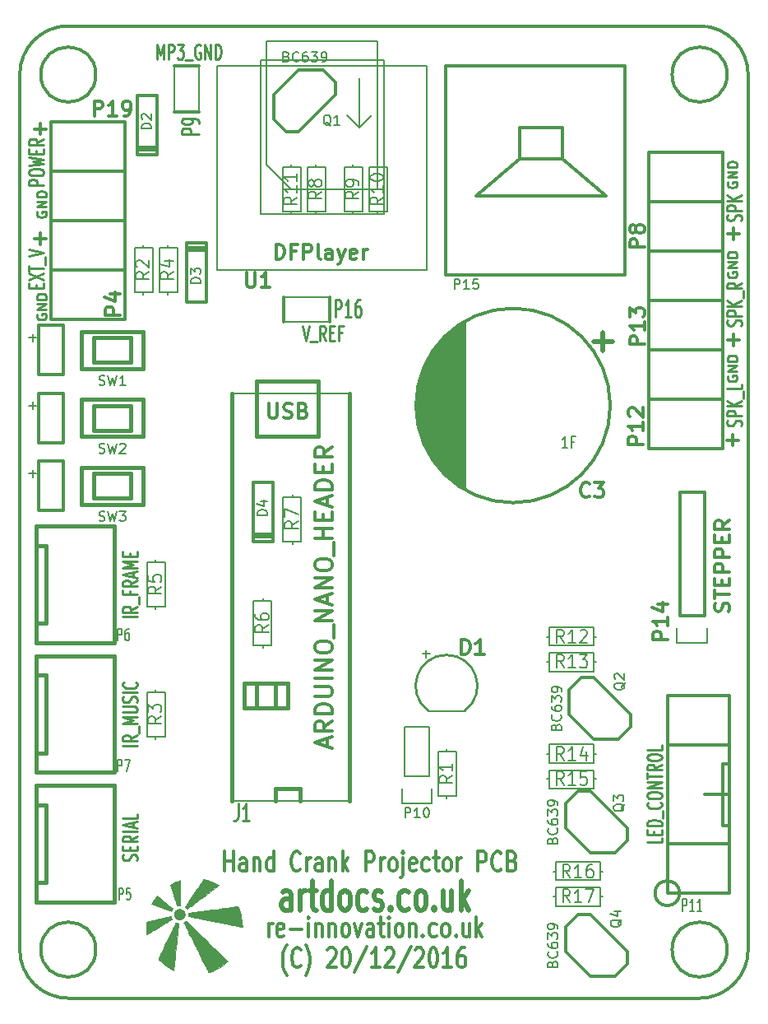
<source format=gto>
G04 #@! TF.FileFunction,Legend,Top*
%FSLAX46Y46*%
G04 Gerber Fmt 4.6, Leading zero omitted, Abs format (unit mm)*
G04 Created by KiCad (PCBNEW 4.0.4-stable) date 01/06/17 10:24:34*
%MOMM*%
%LPD*%
G01*
G04 APERTURE LIST*
%ADD10C,0.150000*%
%ADD11C,0.304800*%
%ADD12C,0.500000*%
%ADD13C,0.200000*%
%ADD14C,0.381000*%
%ADD15C,0.300000*%
%ADD16C,0.203200*%
%ADD17C,0.254000*%
%ADD18C,0.002540*%
%ADD19C,0.285750*%
%ADD20C,0.250000*%
%ADD21C,0.269240*%
G04 APERTURE END LIST*
D10*
D11*
X27486428Y2370667D02*
X27413856Y2467429D01*
X27268713Y2757714D01*
X27196142Y2951238D01*
X27123571Y3241524D01*
X27050999Y3725333D01*
X27050999Y4112381D01*
X27123571Y4596190D01*
X27196142Y4886476D01*
X27268713Y5080000D01*
X27413856Y5370286D01*
X27486428Y5467048D01*
X28937856Y3338286D02*
X28865285Y3241524D01*
X28647571Y3144762D01*
X28502428Y3144762D01*
X28284713Y3241524D01*
X28139571Y3435048D01*
X28066999Y3628571D01*
X27994428Y4015619D01*
X27994428Y4305905D01*
X28066999Y4692952D01*
X28139571Y4886476D01*
X28284713Y5080000D01*
X28502428Y5176762D01*
X28647571Y5176762D01*
X28865285Y5080000D01*
X28937856Y4983238D01*
X29445856Y2370667D02*
X29518428Y2467429D01*
X29663571Y2757714D01*
X29736142Y2951238D01*
X29808713Y3241524D01*
X29881285Y3725333D01*
X29881285Y4112381D01*
X29808713Y4596190D01*
X29736142Y4886476D01*
X29663571Y5080000D01*
X29518428Y5370286D01*
X29445856Y5467048D01*
X31695571Y4983238D02*
X31768142Y5080000D01*
X31913285Y5176762D01*
X32276142Y5176762D01*
X32421285Y5080000D01*
X32493856Y4983238D01*
X32566428Y4789714D01*
X32566428Y4596190D01*
X32493856Y4305905D01*
X31622999Y3144762D01*
X32566428Y3144762D01*
X33509857Y5176762D02*
X33655000Y5176762D01*
X33800143Y5080000D01*
X33872714Y4983238D01*
X33945285Y4789714D01*
X34017857Y4402667D01*
X34017857Y3918857D01*
X33945285Y3531810D01*
X33872714Y3338286D01*
X33800143Y3241524D01*
X33655000Y3144762D01*
X33509857Y3144762D01*
X33364714Y3241524D01*
X33292143Y3338286D01*
X33219571Y3531810D01*
X33147000Y3918857D01*
X33147000Y4402667D01*
X33219571Y4789714D01*
X33292143Y4983238D01*
X33364714Y5080000D01*
X33509857Y5176762D01*
X35759572Y5273524D02*
X34453286Y2660952D01*
X37065857Y3144762D02*
X36195000Y3144762D01*
X36630428Y3144762D02*
X36630428Y5176762D01*
X36485285Y4886476D01*
X36340143Y4692952D01*
X36195000Y4596190D01*
X37646429Y4983238D02*
X37719000Y5080000D01*
X37864143Y5176762D01*
X38227000Y5176762D01*
X38372143Y5080000D01*
X38444714Y4983238D01*
X38517286Y4789714D01*
X38517286Y4596190D01*
X38444714Y4305905D01*
X37573857Y3144762D01*
X38517286Y3144762D01*
X40259001Y5273524D02*
X38952715Y2660952D01*
X40694429Y4983238D02*
X40767000Y5080000D01*
X40912143Y5176762D01*
X41275000Y5176762D01*
X41420143Y5080000D01*
X41492714Y4983238D01*
X41565286Y4789714D01*
X41565286Y4596190D01*
X41492714Y4305905D01*
X40621857Y3144762D01*
X41565286Y3144762D01*
X42508715Y5176762D02*
X42653858Y5176762D01*
X42799001Y5080000D01*
X42871572Y4983238D01*
X42944143Y4789714D01*
X43016715Y4402667D01*
X43016715Y3918857D01*
X42944143Y3531810D01*
X42871572Y3338286D01*
X42799001Y3241524D01*
X42653858Y3144762D01*
X42508715Y3144762D01*
X42363572Y3241524D01*
X42291001Y3338286D01*
X42218429Y3531810D01*
X42145858Y3918857D01*
X42145858Y4402667D01*
X42218429Y4789714D01*
X42291001Y4983238D01*
X42363572Y5080000D01*
X42508715Y5176762D01*
X44468144Y3144762D02*
X43597287Y3144762D01*
X44032715Y3144762D02*
X44032715Y5176762D01*
X43887572Y4886476D01*
X43742430Y4692952D01*
X43597287Y4596190D01*
X45774430Y5176762D02*
X45484144Y5176762D01*
X45339001Y5080000D01*
X45266430Y4983238D01*
X45121287Y4692952D01*
X45048716Y4305905D01*
X45048716Y3531810D01*
X45121287Y3338286D01*
X45193859Y3241524D01*
X45339001Y3144762D01*
X45629287Y3144762D01*
X45774430Y3241524D01*
X45847001Y3338286D01*
X45919573Y3531810D01*
X45919573Y4015619D01*
X45847001Y4209143D01*
X45774430Y4305905D01*
X45629287Y4402667D01*
X45339001Y4402667D01*
X45193859Y4305905D01*
X45121287Y4209143D01*
X45048716Y4015619D01*
D12*
X27909332Y9056857D02*
X27909332Y10628286D01*
X27814094Y10914000D01*
X27623618Y11056857D01*
X27242666Y11056857D01*
X27052189Y10914000D01*
X27909332Y9199714D02*
X27718856Y9056857D01*
X27242666Y9056857D01*
X27052189Y9199714D01*
X26956951Y9485429D01*
X26956951Y9771143D01*
X27052189Y10056857D01*
X27242666Y10199714D01*
X27718856Y10199714D01*
X27909332Y10342571D01*
X28861713Y9056857D02*
X28861713Y11056857D01*
X28861713Y10485429D02*
X28956952Y10771143D01*
X29052190Y10914000D01*
X29242666Y11056857D01*
X29433142Y11056857D01*
X29814094Y11056857D02*
X30575999Y11056857D01*
X30099808Y12056857D02*
X30099808Y9485429D01*
X30195047Y9199714D01*
X30385523Y9056857D01*
X30575999Y9056857D01*
X32099808Y9056857D02*
X32099808Y12056857D01*
X32099808Y9199714D02*
X31909332Y9056857D01*
X31528380Y9056857D01*
X31337904Y9199714D01*
X31242665Y9342571D01*
X31147427Y9628286D01*
X31147427Y10485429D01*
X31242665Y10771143D01*
X31337904Y10914000D01*
X31528380Y11056857D01*
X31909332Y11056857D01*
X32099808Y10914000D01*
X33337904Y9056857D02*
X33147428Y9199714D01*
X33052189Y9342571D01*
X32956951Y9628286D01*
X32956951Y10485429D01*
X33052189Y10771143D01*
X33147428Y10914000D01*
X33337904Y11056857D01*
X33623618Y11056857D01*
X33814094Y10914000D01*
X33909332Y10771143D01*
X34004570Y10485429D01*
X34004570Y9628286D01*
X33909332Y9342571D01*
X33814094Y9199714D01*
X33623618Y9056857D01*
X33337904Y9056857D01*
X35718856Y9199714D02*
X35528380Y9056857D01*
X35147428Y9056857D01*
X34956952Y9199714D01*
X34861713Y9342571D01*
X34766475Y9628286D01*
X34766475Y10485429D01*
X34861713Y10771143D01*
X34956952Y10914000D01*
X35147428Y11056857D01*
X35528380Y11056857D01*
X35718856Y10914000D01*
X36480761Y9199714D02*
X36671238Y9056857D01*
X37052190Y9056857D01*
X37242666Y9199714D01*
X37337904Y9485429D01*
X37337904Y9628286D01*
X37242666Y9914000D01*
X37052190Y10056857D01*
X36766476Y10056857D01*
X36575999Y10199714D01*
X36480761Y10485429D01*
X36480761Y10628286D01*
X36575999Y10914000D01*
X36766476Y11056857D01*
X37052190Y11056857D01*
X37242666Y10914000D01*
X38195047Y9342571D02*
X38290286Y9199714D01*
X38195047Y9056857D01*
X38099809Y9199714D01*
X38195047Y9342571D01*
X38195047Y9056857D01*
X40004571Y9199714D02*
X39814095Y9056857D01*
X39433143Y9056857D01*
X39242667Y9199714D01*
X39147428Y9342571D01*
X39052190Y9628286D01*
X39052190Y10485429D01*
X39147428Y10771143D01*
X39242667Y10914000D01*
X39433143Y11056857D01*
X39814095Y11056857D01*
X40004571Y10914000D01*
X41147429Y9056857D02*
X40956953Y9199714D01*
X40861714Y9342571D01*
X40766476Y9628286D01*
X40766476Y10485429D01*
X40861714Y10771143D01*
X40956953Y10914000D01*
X41147429Y11056857D01*
X41433143Y11056857D01*
X41623619Y10914000D01*
X41718857Y10771143D01*
X41814095Y10485429D01*
X41814095Y9628286D01*
X41718857Y9342571D01*
X41623619Y9199714D01*
X41433143Y9056857D01*
X41147429Y9056857D01*
X42671238Y9342571D02*
X42766477Y9199714D01*
X42671238Y9056857D01*
X42576000Y9199714D01*
X42671238Y9342571D01*
X42671238Y9056857D01*
X44480762Y11056857D02*
X44480762Y9056857D01*
X43623619Y11056857D02*
X43623619Y9485429D01*
X43718858Y9199714D01*
X43909334Y9056857D01*
X44195048Y9056857D01*
X44385524Y9199714D01*
X44480762Y9342571D01*
X45433143Y9056857D02*
X45433143Y12056857D01*
X45623620Y10199714D02*
X46195048Y9056857D01*
X46195048Y11056857D02*
X45433143Y9914000D01*
D11*
X25617715Y6319762D02*
X25617715Y7674429D01*
X25617715Y7287381D02*
X25690287Y7480905D01*
X25762858Y7577667D01*
X25908001Y7674429D01*
X26053144Y7674429D01*
X27141716Y6416524D02*
X26996573Y6319762D01*
X26706287Y6319762D01*
X26561144Y6416524D01*
X26488573Y6610048D01*
X26488573Y7384143D01*
X26561144Y7577667D01*
X26706287Y7674429D01*
X26996573Y7674429D01*
X27141716Y7577667D01*
X27214287Y7384143D01*
X27214287Y7190619D01*
X26488573Y6997095D01*
X27867430Y7093857D02*
X29028573Y7093857D01*
X29754287Y6319762D02*
X29754287Y7674429D01*
X29754287Y8351762D02*
X29681716Y8255000D01*
X29754287Y8158238D01*
X29826859Y8255000D01*
X29754287Y8351762D01*
X29754287Y8158238D01*
X30480001Y7674429D02*
X30480001Y6319762D01*
X30480001Y7480905D02*
X30552573Y7577667D01*
X30697715Y7674429D01*
X30915430Y7674429D01*
X31060573Y7577667D01*
X31133144Y7384143D01*
X31133144Y6319762D01*
X31858858Y7674429D02*
X31858858Y6319762D01*
X31858858Y7480905D02*
X31931430Y7577667D01*
X32076572Y7674429D01*
X32294287Y7674429D01*
X32439430Y7577667D01*
X32512001Y7384143D01*
X32512001Y6319762D01*
X33455429Y6319762D02*
X33310287Y6416524D01*
X33237715Y6513286D01*
X33165144Y6706810D01*
X33165144Y7287381D01*
X33237715Y7480905D01*
X33310287Y7577667D01*
X33455429Y7674429D01*
X33673144Y7674429D01*
X33818287Y7577667D01*
X33890858Y7480905D01*
X33963429Y7287381D01*
X33963429Y6706810D01*
X33890858Y6513286D01*
X33818287Y6416524D01*
X33673144Y6319762D01*
X33455429Y6319762D01*
X34471429Y7674429D02*
X34834286Y6319762D01*
X35197144Y7674429D01*
X36430858Y6319762D02*
X36430858Y7384143D01*
X36358287Y7577667D01*
X36213144Y7674429D01*
X35922858Y7674429D01*
X35777715Y7577667D01*
X36430858Y6416524D02*
X36285715Y6319762D01*
X35922858Y6319762D01*
X35777715Y6416524D01*
X35705144Y6610048D01*
X35705144Y6803571D01*
X35777715Y6997095D01*
X35922858Y7093857D01*
X36285715Y7093857D01*
X36430858Y7190619D01*
X36938858Y7674429D02*
X37519429Y7674429D01*
X37156572Y8351762D02*
X37156572Y6610048D01*
X37229144Y6416524D01*
X37374286Y6319762D01*
X37519429Y6319762D01*
X38027429Y6319762D02*
X38027429Y7674429D01*
X38027429Y8351762D02*
X37954858Y8255000D01*
X38027429Y8158238D01*
X38100001Y8255000D01*
X38027429Y8351762D01*
X38027429Y8158238D01*
X38970857Y6319762D02*
X38825715Y6416524D01*
X38753143Y6513286D01*
X38680572Y6706810D01*
X38680572Y7287381D01*
X38753143Y7480905D01*
X38825715Y7577667D01*
X38970857Y7674429D01*
X39188572Y7674429D01*
X39333715Y7577667D01*
X39406286Y7480905D01*
X39478857Y7287381D01*
X39478857Y6706810D01*
X39406286Y6513286D01*
X39333715Y6416524D01*
X39188572Y6319762D01*
X38970857Y6319762D01*
X40132000Y7674429D02*
X40132000Y6319762D01*
X40132000Y7480905D02*
X40204572Y7577667D01*
X40349714Y7674429D01*
X40567429Y7674429D01*
X40712572Y7577667D01*
X40785143Y7384143D01*
X40785143Y6319762D01*
X41510857Y6513286D02*
X41583429Y6416524D01*
X41510857Y6319762D01*
X41438286Y6416524D01*
X41510857Y6513286D01*
X41510857Y6319762D01*
X42889714Y6416524D02*
X42744571Y6319762D01*
X42454285Y6319762D01*
X42309143Y6416524D01*
X42236571Y6513286D01*
X42164000Y6706810D01*
X42164000Y7287381D01*
X42236571Y7480905D01*
X42309143Y7577667D01*
X42454285Y7674429D01*
X42744571Y7674429D01*
X42889714Y7577667D01*
X43760571Y6319762D02*
X43615429Y6416524D01*
X43542857Y6513286D01*
X43470286Y6706810D01*
X43470286Y7287381D01*
X43542857Y7480905D01*
X43615429Y7577667D01*
X43760571Y7674429D01*
X43978286Y7674429D01*
X44123429Y7577667D01*
X44196000Y7480905D01*
X44268571Y7287381D01*
X44268571Y6706810D01*
X44196000Y6513286D01*
X44123429Y6416524D01*
X43978286Y6319762D01*
X43760571Y6319762D01*
X44921714Y6513286D02*
X44994286Y6416524D01*
X44921714Y6319762D01*
X44849143Y6416524D01*
X44921714Y6513286D01*
X44921714Y6319762D01*
X46300571Y7674429D02*
X46300571Y6319762D01*
X45647428Y7674429D02*
X45647428Y6610048D01*
X45720000Y6416524D01*
X45865142Y6319762D01*
X46082857Y6319762D01*
X46228000Y6416524D01*
X46300571Y6513286D01*
X47026285Y6319762D02*
X47026285Y8351762D01*
X47171428Y7093857D02*
X47606857Y6319762D01*
X47606857Y7674429D02*
X47026285Y6900333D01*
X21118286Y13050762D02*
X21118286Y15082762D01*
X21118286Y14115143D02*
X21989143Y14115143D01*
X21989143Y13050762D02*
X21989143Y15082762D01*
X23368000Y13050762D02*
X23368000Y14115143D01*
X23295429Y14308667D01*
X23150286Y14405429D01*
X22860000Y14405429D01*
X22714857Y14308667D01*
X23368000Y13147524D02*
X23222857Y13050762D01*
X22860000Y13050762D01*
X22714857Y13147524D01*
X22642286Y13341048D01*
X22642286Y13534571D01*
X22714857Y13728095D01*
X22860000Y13824857D01*
X23222857Y13824857D01*
X23368000Y13921619D01*
X24093714Y14405429D02*
X24093714Y13050762D01*
X24093714Y14211905D02*
X24166286Y14308667D01*
X24311428Y14405429D01*
X24529143Y14405429D01*
X24674286Y14308667D01*
X24746857Y14115143D01*
X24746857Y13050762D01*
X26125714Y13050762D02*
X26125714Y15082762D01*
X26125714Y13147524D02*
X25980571Y13050762D01*
X25690285Y13050762D01*
X25545143Y13147524D01*
X25472571Y13244286D01*
X25400000Y13437810D01*
X25400000Y14018381D01*
X25472571Y14211905D01*
X25545143Y14308667D01*
X25690285Y14405429D01*
X25980571Y14405429D01*
X26125714Y14308667D01*
X28883428Y13244286D02*
X28810857Y13147524D01*
X28593143Y13050762D01*
X28448000Y13050762D01*
X28230285Y13147524D01*
X28085143Y13341048D01*
X28012571Y13534571D01*
X27940000Y13921619D01*
X27940000Y14211905D01*
X28012571Y14598952D01*
X28085143Y14792476D01*
X28230285Y14986000D01*
X28448000Y15082762D01*
X28593143Y15082762D01*
X28810857Y14986000D01*
X28883428Y14889238D01*
X29536571Y13050762D02*
X29536571Y14405429D01*
X29536571Y14018381D02*
X29609143Y14211905D01*
X29681714Y14308667D01*
X29826857Y14405429D01*
X29972000Y14405429D01*
X31133143Y13050762D02*
X31133143Y14115143D01*
X31060572Y14308667D01*
X30915429Y14405429D01*
X30625143Y14405429D01*
X30480000Y14308667D01*
X31133143Y13147524D02*
X30988000Y13050762D01*
X30625143Y13050762D01*
X30480000Y13147524D01*
X30407429Y13341048D01*
X30407429Y13534571D01*
X30480000Y13728095D01*
X30625143Y13824857D01*
X30988000Y13824857D01*
X31133143Y13921619D01*
X31858857Y14405429D02*
X31858857Y13050762D01*
X31858857Y14211905D02*
X31931429Y14308667D01*
X32076571Y14405429D01*
X32294286Y14405429D01*
X32439429Y14308667D01*
X32512000Y14115143D01*
X32512000Y13050762D01*
X33237714Y13050762D02*
X33237714Y15082762D01*
X33382857Y13824857D02*
X33818286Y13050762D01*
X33818286Y14405429D02*
X33237714Y13631333D01*
X35632571Y13050762D02*
X35632571Y15082762D01*
X36213143Y15082762D01*
X36358285Y14986000D01*
X36430857Y14889238D01*
X36503428Y14695714D01*
X36503428Y14405429D01*
X36430857Y14211905D01*
X36358285Y14115143D01*
X36213143Y14018381D01*
X35632571Y14018381D01*
X37156571Y13050762D02*
X37156571Y14405429D01*
X37156571Y14018381D02*
X37229143Y14211905D01*
X37301714Y14308667D01*
X37446857Y14405429D01*
X37592000Y14405429D01*
X38317714Y13050762D02*
X38172572Y13147524D01*
X38100000Y13244286D01*
X38027429Y13437810D01*
X38027429Y14018381D01*
X38100000Y14211905D01*
X38172572Y14308667D01*
X38317714Y14405429D01*
X38535429Y14405429D01*
X38680572Y14308667D01*
X38753143Y14211905D01*
X38825714Y14018381D01*
X38825714Y13437810D01*
X38753143Y13244286D01*
X38680572Y13147524D01*
X38535429Y13050762D01*
X38317714Y13050762D01*
X39478857Y14405429D02*
X39478857Y12663714D01*
X39406286Y12470190D01*
X39261143Y12373429D01*
X39188571Y12373429D01*
X39478857Y15082762D02*
X39406286Y14986000D01*
X39478857Y14889238D01*
X39551429Y14986000D01*
X39478857Y15082762D01*
X39478857Y14889238D01*
X40785143Y13147524D02*
X40640000Y13050762D01*
X40349714Y13050762D01*
X40204571Y13147524D01*
X40132000Y13341048D01*
X40132000Y14115143D01*
X40204571Y14308667D01*
X40349714Y14405429D01*
X40640000Y14405429D01*
X40785143Y14308667D01*
X40857714Y14115143D01*
X40857714Y13921619D01*
X40132000Y13728095D01*
X42164000Y13147524D02*
X42018857Y13050762D01*
X41728571Y13050762D01*
X41583429Y13147524D01*
X41510857Y13244286D01*
X41438286Y13437810D01*
X41438286Y14018381D01*
X41510857Y14211905D01*
X41583429Y14308667D01*
X41728571Y14405429D01*
X42018857Y14405429D01*
X42164000Y14308667D01*
X42599429Y14405429D02*
X43180000Y14405429D01*
X42817143Y15082762D02*
X42817143Y13341048D01*
X42889715Y13147524D01*
X43034857Y13050762D01*
X43180000Y13050762D01*
X43905714Y13050762D02*
X43760572Y13147524D01*
X43688000Y13244286D01*
X43615429Y13437810D01*
X43615429Y14018381D01*
X43688000Y14211905D01*
X43760572Y14308667D01*
X43905714Y14405429D01*
X44123429Y14405429D01*
X44268572Y14308667D01*
X44341143Y14211905D01*
X44413714Y14018381D01*
X44413714Y13437810D01*
X44341143Y13244286D01*
X44268572Y13147524D01*
X44123429Y13050762D01*
X43905714Y13050762D01*
X45066857Y13050762D02*
X45066857Y14405429D01*
X45066857Y14018381D02*
X45139429Y14211905D01*
X45212000Y14308667D01*
X45357143Y14405429D01*
X45502286Y14405429D01*
X47171429Y13050762D02*
X47171429Y15082762D01*
X47752001Y15082762D01*
X47897143Y14986000D01*
X47969715Y14889238D01*
X48042286Y14695714D01*
X48042286Y14405429D01*
X47969715Y14211905D01*
X47897143Y14115143D01*
X47752001Y14018381D01*
X47171429Y14018381D01*
X49566286Y13244286D02*
X49493715Y13147524D01*
X49276001Y13050762D01*
X49130858Y13050762D01*
X48913143Y13147524D01*
X48768001Y13341048D01*
X48695429Y13534571D01*
X48622858Y13921619D01*
X48622858Y14211905D01*
X48695429Y14598952D01*
X48768001Y14792476D01*
X48913143Y14986000D01*
X49130858Y15082762D01*
X49276001Y15082762D01*
X49493715Y14986000D01*
X49566286Y14889238D01*
X50727429Y14115143D02*
X50945143Y14018381D01*
X51017715Y13921619D01*
X51090286Y13728095D01*
X51090286Y13437810D01*
X51017715Y13244286D01*
X50945143Y13147524D01*
X50800001Y13050762D01*
X50219429Y13050762D01*
X50219429Y15082762D01*
X50727429Y15082762D01*
X50872572Y14986000D01*
X50945143Y14889238D01*
X51017715Y14695714D01*
X51017715Y14502190D01*
X50945143Y14308667D01*
X50872572Y14211905D01*
X50727429Y14115143D01*
X50219429Y14115143D01*
D13*
X36195000Y90805000D02*
X34925000Y89535000D01*
X34925000Y89535000D02*
X33655000Y90805000D01*
X34925000Y94615000D02*
X34925000Y89535000D01*
X36830000Y96520000D02*
X36830000Y83185000D01*
X36830000Y83185000D02*
X27940000Y83185000D01*
X27940000Y83185000D02*
X25400000Y85725000D01*
X25400000Y85725000D02*
X25400000Y96520000D01*
X36830000Y96520000D02*
X36830000Y98425000D01*
X36830000Y98425000D02*
X26035000Y98425000D01*
X26035000Y98425000D02*
X25400000Y98425000D01*
X25400000Y98425000D02*
X25400000Y96520000D01*
X37465000Y95885000D02*
X37465000Y80645000D01*
X37465000Y80645000D02*
X24765000Y80645000D01*
X24765000Y80645000D02*
X24765000Y96520000D01*
X24765000Y96520000D02*
X37465000Y96520000D01*
X37465000Y96520000D02*
X37465000Y95885000D01*
X41910000Y74930000D02*
X20320000Y74930000D01*
X20320000Y74930000D02*
X20320000Y95885000D01*
X20320000Y95885000D02*
X41275000Y95885000D01*
X41275000Y95885000D02*
X41910000Y95885000D01*
X41910000Y95885000D02*
X41910000Y74930000D01*
X33909000Y20320000D02*
X21844000Y20320000D01*
X33909000Y62230000D02*
X21844000Y62230000D01*
D14*
X24384000Y29845000D02*
X24384000Y32385000D01*
X24384000Y32385000D02*
X26289000Y32385000D01*
X26289000Y32385000D02*
X26289000Y29845000D01*
X26289000Y29845000D02*
X24384000Y29845000D01*
X23114000Y29845000D02*
X27559000Y29845000D01*
X27559000Y29845000D02*
X27559000Y32385000D01*
X27559000Y32385000D02*
X23114000Y32385000D01*
X23114000Y32385000D02*
X23114000Y29845000D01*
X24384000Y57785000D02*
X24384000Y63500000D01*
X24384000Y63500000D02*
X30734000Y63500000D01*
X30734000Y63500000D02*
X30734000Y57785000D01*
X30734000Y57785000D02*
X24384000Y57785000D01*
X33909000Y20320000D02*
X33909000Y62230000D01*
X21844000Y62230000D02*
X21844000Y20320000D01*
X26289000Y20320000D02*
X26289000Y21590000D01*
X26289000Y21590000D02*
X28829000Y21590000D01*
X28829000Y21590000D02*
X28829000Y20320000D01*
D15*
X70000000Y100000000D02*
X5000000Y100000000D01*
X75000000Y5000000D02*
X75000000Y95000000D01*
X5000000Y0D02*
X70000000Y0D01*
X0Y95000000D02*
X0Y45000000D01*
X7828427Y95000000D02*
G75*
G03X7828427Y95000000I-2828427J0D01*
G01*
X7828427Y5000000D02*
G75*
G03X7828427Y5000000I-2828427J0D01*
G01*
X72828427Y5000000D02*
G75*
G03X72828427Y5000000I-2828427J0D01*
G01*
X72828427Y95000000D02*
G75*
G03X72828427Y95000000I-2828427J0D01*
G01*
X0Y45000000D02*
X0Y5000000D01*
X0Y5000000D02*
G75*
G03X5000000Y0I5000000J0D01*
G01*
X70000000Y0D02*
G75*
G03X75000000Y5000000I0J5000000D01*
G01*
X75000000Y95000000D02*
G75*
G03X70000000Y100000000I-5000000J0D01*
G01*
X5000000Y100000000D02*
G75*
G03X0Y95000000I0J-5000000D01*
G01*
X43815000Y95885000D02*
X62315000Y95885000D01*
X62315000Y95885000D02*
X62315000Y74385000D01*
X62315000Y74385000D02*
X43815000Y74385000D01*
X43815000Y74385000D02*
X43815000Y95885000D01*
X51435000Y86360000D02*
X46990000Y82550000D01*
X46990000Y82550000D02*
X60325000Y82550000D01*
X55880000Y89535000D02*
X51435000Y89535000D01*
X51435000Y89535000D02*
X51435000Y86360000D01*
X51435000Y86360000D02*
X55880000Y86360000D01*
X55880000Y89535000D02*
X55880000Y86360000D01*
X55880000Y86360000D02*
X60325000Y82550000D01*
D16*
X42037000Y29540200D02*
X45847000Y29540200D01*
D17*
X45849668Y29593003D02*
G75*
G03X42037000Y29591000I-1907668J2537997D01*
G01*
D11*
X13081000Y86741000D02*
X14097000Y86741000D01*
X14097000Y86741000D02*
X14097000Y92837000D01*
X14097000Y92837000D02*
X13081000Y92837000D01*
X13081000Y92837000D02*
X12065000Y92837000D01*
X12065000Y92837000D02*
X12065000Y86741000D01*
X12065000Y86741000D02*
X13081000Y86741000D01*
X14097000Y87249000D02*
X12065000Y87249000D01*
X12065000Y87503000D02*
X14097000Y87503000D01*
X18161000Y77724000D02*
X17145000Y77724000D01*
X17145000Y77724000D02*
X17145000Y71628000D01*
X17145000Y71628000D02*
X18161000Y71628000D01*
X18161000Y71628000D02*
X19177000Y71628000D01*
X19177000Y71628000D02*
X19177000Y77724000D01*
X19177000Y77724000D02*
X18161000Y77724000D01*
X17145000Y77216000D02*
X19177000Y77216000D01*
X19177000Y76962000D02*
X17145000Y76962000D01*
X25019000Y46990000D02*
X26035000Y46990000D01*
X26035000Y46990000D02*
X26035000Y53086000D01*
X26035000Y53086000D02*
X25019000Y53086000D01*
X25019000Y53086000D02*
X24003000Y53086000D01*
X24003000Y53086000D02*
X24003000Y46990000D01*
X24003000Y46990000D02*
X25019000Y46990000D01*
X26035000Y47498000D02*
X24003000Y47498000D01*
X24003000Y47752000D02*
X26035000Y47752000D01*
D15*
X10795000Y69850000D02*
X10795000Y80010000D01*
X3175000Y69850000D02*
X3175000Y80010000D01*
X10795000Y80010000D02*
X3175000Y80010000D01*
X3175000Y74930000D02*
X10795000Y74930000D01*
X10795000Y69850000D02*
X3175000Y69850000D01*
X64770000Y86995000D02*
X64770000Y76835000D01*
X72390000Y86995000D02*
X72390000Y76835000D01*
X64770000Y76835000D02*
X72390000Y76835000D01*
X72390000Y81915000D02*
X64770000Y81915000D01*
X64770000Y86995000D02*
X72390000Y86995000D01*
D13*
X15875000Y95885000D02*
X15875000Y91186000D01*
X18415000Y95885000D02*
X18415000Y91186000D01*
D11*
X15875000Y95885000D02*
X18415000Y95885000D01*
X18415000Y91186000D02*
X15875000Y91186000D01*
D10*
X42164000Y22860000D02*
X42164000Y27940000D01*
X42164000Y27940000D02*
X39624000Y27940000D01*
X39624000Y27940000D02*
X39624000Y22860000D01*
X39344000Y20040000D02*
X39344000Y21590000D01*
X39624000Y22860000D02*
X42164000Y22860000D01*
X42444000Y21590000D02*
X42444000Y20040000D01*
X42444000Y20040000D02*
X39344000Y20040000D01*
D15*
X73025000Y17780000D02*
X72390000Y17780000D01*
X72390000Y17780000D02*
X72390000Y24130000D01*
X72390000Y24130000D02*
X73025000Y24130000D01*
X67945000Y10795000D02*
G75*
G03X67945000Y10795000I-1270000J0D01*
G01*
X66675000Y26035000D02*
X73025000Y26035000D01*
X70485000Y20955000D02*
X73025000Y20955000D01*
X66675000Y15875000D02*
X73025000Y15875000D01*
X66675000Y10795000D02*
X66675000Y31115000D01*
X66675000Y31115000D02*
X73025000Y31115000D01*
X73025000Y31115000D02*
X73025000Y10795000D01*
X73025000Y10795000D02*
X66675000Y10795000D01*
X64770000Y66675000D02*
X64770000Y56515000D01*
X72390000Y66675000D02*
X72390000Y56515000D01*
X64770000Y56515000D02*
X72390000Y56515000D01*
X72390000Y61595000D02*
X64770000Y61595000D01*
X64770000Y66675000D02*
X72390000Y66675000D01*
X64770000Y76835000D02*
X64770000Y66675000D01*
X72390000Y76835000D02*
X72390000Y66675000D01*
X64770000Y66675000D02*
X72390000Y66675000D01*
X72390000Y71755000D02*
X64770000Y71755000D01*
X64770000Y76835000D02*
X72390000Y76835000D01*
X10795000Y80010000D02*
X10795000Y90170000D01*
X3175000Y80010000D02*
X3175000Y90170000D01*
X10795000Y90170000D02*
X3175000Y90170000D01*
X3175000Y85090000D02*
X10795000Y85090000D01*
X10795000Y80010000D02*
X3175000Y80010000D01*
D13*
X43942000Y25400000D02*
X43942000Y25654000D01*
X43942000Y20828000D02*
X43942000Y20574000D01*
X44958000Y25400000D02*
X43053000Y25400000D01*
X43053000Y25400000D02*
X43053000Y20828000D01*
X43053000Y20828000D02*
X44958000Y20828000D01*
X44958000Y20828000D02*
X44958000Y25400000D01*
X12700000Y77216000D02*
X12700000Y77470000D01*
X12700000Y72644000D02*
X12700000Y72390000D01*
X13716000Y77216000D02*
X11811000Y77216000D01*
X11811000Y77216000D02*
X11811000Y72644000D01*
X11811000Y72644000D02*
X13716000Y72644000D01*
X13716000Y72644000D02*
X13716000Y77216000D01*
X13970000Y31496000D02*
X13970000Y31750000D01*
X13970000Y26924000D02*
X13970000Y26670000D01*
X14986000Y31496000D02*
X13081000Y31496000D01*
X13081000Y31496000D02*
X13081000Y26924000D01*
X13081000Y26924000D02*
X14986000Y26924000D01*
X14986000Y26924000D02*
X14986000Y31496000D01*
X15240000Y77216000D02*
X15240000Y77470000D01*
X15240000Y72644000D02*
X15240000Y72390000D01*
X16256000Y77216000D02*
X14351000Y77216000D01*
X14351000Y77216000D02*
X14351000Y72644000D01*
X14351000Y72644000D02*
X16256000Y72644000D01*
X16256000Y72644000D02*
X16256000Y77216000D01*
X13970000Y44831000D02*
X13970000Y45085000D01*
X13970000Y40259000D02*
X13970000Y40005000D01*
X14986000Y44831000D02*
X13081000Y44831000D01*
X13081000Y44831000D02*
X13081000Y40259000D01*
X13081000Y40259000D02*
X14986000Y40259000D01*
X14986000Y40259000D02*
X14986000Y44831000D01*
X25019000Y36322000D02*
X25019000Y36068000D01*
X25019000Y40894000D02*
X25019000Y41148000D01*
X24003000Y36322000D02*
X25908000Y36322000D01*
X25908000Y36322000D02*
X25908000Y40894000D01*
X25908000Y40894000D02*
X24003000Y40894000D01*
X24003000Y40894000D02*
X24003000Y36322000D01*
X28067000Y46990000D02*
X28067000Y46736000D01*
X28067000Y51562000D02*
X28067000Y51816000D01*
X27051000Y46990000D02*
X28956000Y46990000D01*
X28956000Y46990000D02*
X28956000Y51562000D01*
X28956000Y51562000D02*
X27051000Y51562000D01*
X27051000Y51562000D02*
X27051000Y46990000D01*
X30480000Y85471000D02*
X30480000Y85725000D01*
X30480000Y80899000D02*
X30480000Y80645000D01*
X31496000Y85471000D02*
X29591000Y85471000D01*
X29591000Y85471000D02*
X29591000Y80899000D01*
X29591000Y80899000D02*
X31496000Y80899000D01*
X31496000Y80899000D02*
X31496000Y85471000D01*
X34290000Y85471000D02*
X34290000Y85725000D01*
X34290000Y80899000D02*
X34290000Y80645000D01*
X35306000Y85471000D02*
X33401000Y85471000D01*
X33401000Y85471000D02*
X33401000Y80899000D01*
X33401000Y80899000D02*
X35306000Y80899000D01*
X35306000Y80899000D02*
X35306000Y85471000D01*
X36830000Y85471000D02*
X36830000Y85725000D01*
X36830000Y80899000D02*
X36830000Y80645000D01*
X37846000Y85471000D02*
X35941000Y85471000D01*
X35941000Y85471000D02*
X35941000Y80899000D01*
X35941000Y80899000D02*
X37846000Y80899000D01*
X37846000Y80899000D02*
X37846000Y85471000D01*
X27940000Y85471000D02*
X27940000Y85725000D01*
X27940000Y80899000D02*
X27940000Y80645000D01*
X28956000Y85471000D02*
X27051000Y85471000D01*
X27051000Y85471000D02*
X27051000Y80899000D01*
X27051000Y80899000D02*
X28956000Y80899000D01*
X28956000Y80899000D02*
X28956000Y85471000D01*
X54546500Y37147500D02*
X54292500Y37147500D01*
X59118500Y37147500D02*
X59372500Y37147500D01*
X54546500Y38163500D02*
X54546500Y36258500D01*
X54546500Y36258500D02*
X59118500Y36258500D01*
X59118500Y36258500D02*
X59118500Y38163500D01*
X59118500Y38163500D02*
X54546500Y38163500D01*
X59118500Y34607500D02*
X59372500Y34607500D01*
X54546500Y34607500D02*
X54292500Y34607500D01*
X59118500Y33591500D02*
X59118500Y35496500D01*
X59118500Y35496500D02*
X54546500Y35496500D01*
X54546500Y35496500D02*
X54546500Y33591500D01*
X54546500Y33591500D02*
X59118500Y33591500D01*
X54546500Y25082500D02*
X54292500Y25082500D01*
X59118500Y25082500D02*
X59372500Y25082500D01*
X54546500Y26098500D02*
X54546500Y24193500D01*
X54546500Y24193500D02*
X59118500Y24193500D01*
X59118500Y24193500D02*
X59118500Y26098500D01*
X59118500Y26098500D02*
X54546500Y26098500D01*
X59118500Y22542500D02*
X59372500Y22542500D01*
X54546500Y22542500D02*
X54292500Y22542500D01*
X59118500Y21526500D02*
X59118500Y23431500D01*
X59118500Y23431500D02*
X54546500Y23431500D01*
X54546500Y23431500D02*
X54546500Y21526500D01*
X54546500Y21526500D02*
X59118500Y21526500D01*
X55181500Y13017500D02*
X54927500Y13017500D01*
X59753500Y13017500D02*
X60007500Y13017500D01*
X55181500Y14033500D02*
X55181500Y12128500D01*
X55181500Y12128500D02*
X59753500Y12128500D01*
X59753500Y12128500D02*
X59753500Y14033500D01*
X59753500Y14033500D02*
X55181500Y14033500D01*
X59753500Y10477500D02*
X60007500Y10477500D01*
X55181500Y10477500D02*
X54927500Y10477500D01*
X59753500Y9461500D02*
X59753500Y11366500D01*
X59753500Y11366500D02*
X55181500Y11366500D01*
X55181500Y11366500D02*
X55181500Y9461500D01*
X55181500Y9461500D02*
X59753500Y9461500D01*
D14*
X11430000Y65405000D02*
X11430000Y67945000D01*
X11430000Y67945000D02*
X8255000Y67945000D01*
X8255000Y67945000D02*
X7620000Y67945000D01*
X7620000Y67945000D02*
X7620000Y65405000D01*
X7620000Y65405000D02*
X11430000Y65405000D01*
X12700000Y64770000D02*
X12700000Y68580000D01*
X12700000Y68580000D02*
X6350000Y68580000D01*
X6350000Y68580000D02*
X6350000Y64770000D01*
X6350000Y64770000D02*
X12700000Y64770000D01*
X11430000Y58420000D02*
X11430000Y60960000D01*
X11430000Y60960000D02*
X8255000Y60960000D01*
X8255000Y60960000D02*
X7620000Y60960000D01*
X7620000Y60960000D02*
X7620000Y58420000D01*
X7620000Y58420000D02*
X11430000Y58420000D01*
X12700000Y57785000D02*
X12700000Y61595000D01*
X12700000Y61595000D02*
X6350000Y61595000D01*
X6350000Y61595000D02*
X6350000Y57785000D01*
X6350000Y57785000D02*
X12700000Y57785000D01*
X11430000Y51435000D02*
X11430000Y53975000D01*
X11430000Y53975000D02*
X8255000Y53975000D01*
X8255000Y53975000D02*
X7620000Y53975000D01*
X7620000Y53975000D02*
X7620000Y51435000D01*
X7620000Y51435000D02*
X11430000Y51435000D01*
X12700000Y50800000D02*
X12700000Y54610000D01*
X12700000Y54610000D02*
X6350000Y54610000D01*
X6350000Y54610000D02*
X6350000Y50800000D01*
X6350000Y50800000D02*
X12700000Y50800000D01*
D11*
X4445000Y64135000D02*
X1905000Y64135000D01*
X1905000Y64135000D02*
X1905000Y69215000D01*
X1905000Y69215000D02*
X4445000Y69215000D01*
X4445000Y69215000D02*
X4445000Y64135000D01*
X4445000Y57150000D02*
X1905000Y57150000D01*
X1905000Y57150000D02*
X1905000Y62230000D01*
X1905000Y62230000D02*
X4445000Y62230000D01*
X4445000Y62230000D02*
X4445000Y57150000D01*
X4445000Y50165000D02*
X1905000Y50165000D01*
X1905000Y50165000D02*
X1905000Y55245000D01*
X1905000Y55245000D02*
X4445000Y55245000D01*
X4445000Y55245000D02*
X4445000Y50165000D01*
D14*
X1715000Y19875000D02*
X2715000Y19875000D01*
X2715000Y19875000D02*
X2715000Y11875000D01*
X2715000Y11875000D02*
X1715000Y11875000D01*
X1715000Y21875000D02*
X1715000Y9875000D01*
X1715000Y9875000D02*
X9715000Y9875000D01*
X9715000Y21875000D02*
X9715000Y9875000D01*
X9715000Y21875000D02*
X1715000Y21875000D01*
X1715000Y46545000D02*
X2715000Y46545000D01*
X2715000Y46545000D02*
X2715000Y38545000D01*
X2715000Y38545000D02*
X1715000Y38545000D01*
X1715000Y48545000D02*
X1715000Y36545000D01*
X1715000Y36545000D02*
X9715000Y36545000D01*
X9715000Y48545000D02*
X9715000Y36545000D01*
X9715000Y48545000D02*
X1715000Y48545000D01*
X1715000Y33210000D02*
X2715000Y33210000D01*
X2715000Y33210000D02*
X2715000Y25210000D01*
X2715000Y25210000D02*
X1715000Y25210000D01*
X1715000Y35210000D02*
X1715000Y23210000D01*
X1715000Y23210000D02*
X9715000Y23210000D01*
X9715000Y35210000D02*
X9715000Y23210000D01*
X9715000Y35210000D02*
X1715000Y35210000D01*
D15*
X41550000Y57460000D02*
X41550000Y57960000D01*
X41550000Y57960000D02*
X43800000Y55960000D01*
X43800000Y55960000D02*
X44050000Y58210000D01*
X44050000Y58210000D02*
X43800000Y60960000D01*
X45300000Y52710000D02*
X41300000Y58460000D01*
X41300000Y58460000D02*
X42300000Y56460000D01*
X42300000Y56460000D02*
X41550000Y57460000D01*
X41550000Y57460000D02*
X42800000Y55210000D01*
X42800000Y55210000D02*
X42550000Y56210000D01*
X42550000Y56210000D02*
X44550000Y53460000D01*
X44550000Y53460000D02*
X43050000Y55210000D01*
X43050000Y55210000D02*
X42800000Y55460000D01*
X42800000Y55460000D02*
X43800000Y53960000D01*
X43800000Y53960000D02*
X44800000Y53210000D01*
X44800000Y53210000D02*
X45800000Y52460000D01*
X45800000Y52460000D02*
X44800000Y53960000D01*
X44800000Y53960000D02*
X43800000Y55210000D01*
X43800000Y55210000D02*
X41300000Y58710000D01*
X41300000Y58710000D02*
X42550000Y56210000D01*
X42550000Y56210000D02*
X43550000Y54710000D01*
X43550000Y54710000D02*
X45050000Y53960000D01*
X45050000Y53960000D02*
X45050000Y68460000D01*
X45050000Y68460000D02*
X44300000Y67460000D01*
X44300000Y67460000D02*
X44050000Y55710000D01*
X44050000Y55710000D02*
X44550000Y54710000D01*
X44550000Y54710000D02*
X44550000Y67210000D01*
X44550000Y67210000D02*
X44300000Y57460000D01*
X44300000Y57460000D02*
X45050000Y53960000D01*
X45050000Y53960000D02*
X44800000Y57210000D01*
X44800000Y57210000D02*
X43550000Y56210000D01*
X43550000Y56210000D02*
X43550000Y66460000D01*
X43550000Y66460000D02*
X44800000Y68710000D01*
X44800000Y68710000D02*
X43300000Y67210000D01*
X43300000Y67210000D02*
X42300000Y65710000D01*
X42300000Y65710000D02*
X41300000Y63210000D01*
X41300000Y63210000D02*
X41050000Y59460000D01*
X41050000Y59460000D02*
X41050000Y62210000D01*
X41050000Y62210000D02*
X41800000Y65210000D01*
X41800000Y65210000D02*
X43800000Y66710000D01*
X43800000Y66710000D02*
X43050000Y66460000D01*
X43050000Y66460000D02*
X44050000Y67710000D01*
X44050000Y67710000D02*
X45300000Y68710000D01*
X45300000Y68710000D02*
X45300000Y69210000D01*
X45300000Y69210000D02*
X44800000Y68710000D01*
X44800000Y68710000D02*
X43300000Y67210000D01*
X43300000Y67210000D02*
X42800000Y65960000D01*
X42800000Y65960000D02*
X44300000Y67210000D01*
X44300000Y67210000D02*
X44800000Y67460000D01*
X44800000Y67460000D02*
X44050000Y65710000D01*
X44050000Y65710000D02*
X43050000Y65710000D01*
X43050000Y65710000D02*
X43050000Y65960000D01*
X43050000Y65960000D02*
X43050000Y65460000D01*
X43050000Y65460000D02*
X42550000Y64960000D01*
X42550000Y64960000D02*
X41800000Y64210000D01*
X41800000Y64210000D02*
X42050000Y63960000D01*
X42050000Y63960000D02*
X42800000Y65710000D01*
X42800000Y65710000D02*
X43050000Y66460000D01*
X43050000Y66460000D02*
X45800000Y69460000D01*
X45800000Y69460000D02*
X44050000Y65460000D01*
X44050000Y65460000D02*
X44050000Y61960000D01*
X44050000Y61960000D02*
X44050000Y66210000D01*
X44050000Y66210000D02*
X44550000Y67460000D01*
X44550000Y67460000D02*
X43050000Y64960000D01*
X43050000Y64960000D02*
X43300000Y56710000D01*
X43300000Y56710000D02*
X43050000Y56710000D01*
X43050000Y56710000D02*
X43050000Y64960000D01*
X43050000Y64960000D02*
X42550000Y64210000D01*
X42550000Y64210000D02*
X42550000Y57460000D01*
X42550000Y57460000D02*
X41800000Y57960000D01*
X41800000Y57960000D02*
X42050000Y57960000D01*
X42050000Y57960000D02*
X42050000Y64210000D01*
X42050000Y64210000D02*
X41550000Y63210000D01*
X41550000Y63210000D02*
X41300000Y58460000D01*
X41300000Y58460000D02*
X41550000Y58460000D01*
X41550000Y58460000D02*
X41550000Y62460000D01*
X41550000Y62460000D02*
X41050000Y58960000D01*
X41050000Y58960000D02*
X44050000Y58210000D01*
X44050000Y58210000D02*
X44050000Y62210000D01*
X44050000Y62210000D02*
X42300000Y65710000D01*
X42300000Y65710000D02*
X44800000Y67960000D01*
X44800000Y67960000D02*
X43800000Y62210000D01*
X45800000Y52960000D02*
X45800000Y52460000D01*
X45800000Y68960000D02*
X45800000Y69460000D01*
X45550000Y52710000D02*
X45550000Y69210000D01*
X45300000Y52960000D02*
X41800000Y57460000D01*
X45300000Y68960000D02*
X41800000Y64460000D01*
X45800000Y68960000D02*
X41300000Y62960000D01*
X45800000Y52960000D02*
X41300000Y58960000D01*
X41300000Y58960000D02*
X41300000Y62960000D01*
X42300000Y56960000D02*
X42300000Y64960000D01*
X43300000Y55460000D02*
X43300000Y66460000D01*
X44300000Y54460000D02*
X44300000Y67460000D01*
X45300000Y53460000D02*
X45300000Y68460000D01*
X41800000Y57960000D02*
X41800000Y63960000D01*
X42800000Y65960000D02*
X42800000Y55960000D01*
X43800000Y54960000D02*
X43800000Y66960000D01*
X44800000Y67960000D02*
X44800000Y53960000D01*
X45800000Y52960000D02*
X45800000Y68960000D01*
X60800000Y60960000D02*
G75*
G03X60800000Y60960000I-10000000J0D01*
G01*
D18*
G36*
X21417280Y3815080D02*
X21351240Y3751580D01*
X21168360Y3591560D01*
X20970240Y3434080D01*
X20759420Y3284220D01*
X20538440Y3141980D01*
X20314920Y3009900D01*
X20088860Y2893060D01*
X19862800Y2791460D01*
X19817080Y2771140D01*
X19771360Y2753360D01*
X19720560Y2733040D01*
X19664680Y2712720D01*
X19608800Y2692400D01*
X19558000Y2672080D01*
X19512280Y2656840D01*
X19479260Y2646680D01*
X19458940Y2641600D01*
X19456400Y2641600D01*
X19451320Y2649220D01*
X19438620Y2677160D01*
X19415760Y2717800D01*
X19387820Y2776220D01*
X19349720Y2849880D01*
X19304000Y2938780D01*
X19253200Y3040380D01*
X19194780Y3154680D01*
X19131280Y3279140D01*
X19062700Y3418840D01*
X18986500Y3566160D01*
X18907760Y3726180D01*
X18821400Y3893820D01*
X18735040Y4071620D01*
X18641060Y4257040D01*
X18544540Y4450080D01*
X18445480Y4648200D01*
X18341340Y4853940D01*
X18237200Y5062220D01*
X18161000Y5212080D01*
X18054320Y5425440D01*
X17950180Y5636260D01*
X17848580Y5839460D01*
X17752060Y6035040D01*
X17655540Y6225540D01*
X17564100Y6408420D01*
X17477740Y6583680D01*
X17396460Y6748780D01*
X17317720Y6906260D01*
X17246600Y7051040D01*
X17178020Y7185660D01*
X17117060Y7310120D01*
X17063720Y7419340D01*
X17015460Y7518400D01*
X16974820Y7602220D01*
X16939260Y7670800D01*
X16913860Y7724140D01*
X16896080Y7762240D01*
X16885920Y7782560D01*
X16883380Y7787640D01*
X16903700Y7797800D01*
X16934180Y7815580D01*
X16969740Y7840980D01*
X17007840Y7868920D01*
X17040860Y7896860D01*
X17066260Y7917180D01*
X17117060Y7962900D01*
X17261840Y7825740D01*
X17282160Y7805420D01*
X17315180Y7774940D01*
X17360900Y7729220D01*
X17419320Y7673340D01*
X17490440Y7604760D01*
X17574260Y7526020D01*
X17665700Y7437120D01*
X17767300Y7338060D01*
X17879060Y7228840D01*
X18000980Y7112000D01*
X18127980Y6990080D01*
X18265140Y6858000D01*
X18407380Y6720840D01*
X18557240Y6576060D01*
X18712180Y6428740D01*
X18869660Y6273800D01*
X19034760Y6116320D01*
X19202400Y5956300D01*
X19370040Y5791200D01*
X19413220Y5750560D01*
X21417280Y3815080D01*
X21417280Y3815080D01*
X21417280Y3815080D01*
G37*
X21417280Y3815080D02*
X21351240Y3751580D01*
X21168360Y3591560D01*
X20970240Y3434080D01*
X20759420Y3284220D01*
X20538440Y3141980D01*
X20314920Y3009900D01*
X20088860Y2893060D01*
X19862800Y2791460D01*
X19817080Y2771140D01*
X19771360Y2753360D01*
X19720560Y2733040D01*
X19664680Y2712720D01*
X19608800Y2692400D01*
X19558000Y2672080D01*
X19512280Y2656840D01*
X19479260Y2646680D01*
X19458940Y2641600D01*
X19456400Y2641600D01*
X19451320Y2649220D01*
X19438620Y2677160D01*
X19415760Y2717800D01*
X19387820Y2776220D01*
X19349720Y2849880D01*
X19304000Y2938780D01*
X19253200Y3040380D01*
X19194780Y3154680D01*
X19131280Y3279140D01*
X19062700Y3418840D01*
X18986500Y3566160D01*
X18907760Y3726180D01*
X18821400Y3893820D01*
X18735040Y4071620D01*
X18641060Y4257040D01*
X18544540Y4450080D01*
X18445480Y4648200D01*
X18341340Y4853940D01*
X18237200Y5062220D01*
X18161000Y5212080D01*
X18054320Y5425440D01*
X17950180Y5636260D01*
X17848580Y5839460D01*
X17752060Y6035040D01*
X17655540Y6225540D01*
X17564100Y6408420D01*
X17477740Y6583680D01*
X17396460Y6748780D01*
X17317720Y6906260D01*
X17246600Y7051040D01*
X17178020Y7185660D01*
X17117060Y7310120D01*
X17063720Y7419340D01*
X17015460Y7518400D01*
X16974820Y7602220D01*
X16939260Y7670800D01*
X16913860Y7724140D01*
X16896080Y7762240D01*
X16885920Y7782560D01*
X16883380Y7787640D01*
X16903700Y7797800D01*
X16934180Y7815580D01*
X16969740Y7840980D01*
X17007840Y7868920D01*
X17040860Y7896860D01*
X17066260Y7917180D01*
X17117060Y7962900D01*
X17261840Y7825740D01*
X17282160Y7805420D01*
X17315180Y7774940D01*
X17360900Y7729220D01*
X17419320Y7673340D01*
X17490440Y7604760D01*
X17574260Y7526020D01*
X17665700Y7437120D01*
X17767300Y7338060D01*
X17879060Y7228840D01*
X18000980Y7112000D01*
X18127980Y6990080D01*
X18265140Y6858000D01*
X18407380Y6720840D01*
X18557240Y6576060D01*
X18712180Y6428740D01*
X18869660Y6273800D01*
X19034760Y6116320D01*
X19202400Y5956300D01*
X19370040Y5791200D01*
X19413220Y5750560D01*
X21417280Y3815080D01*
X21417280Y3815080D01*
G36*
X16347440Y7696200D02*
X16342360Y7660640D01*
X16339820Y7647940D01*
X16337280Y7617460D01*
X16332200Y7566660D01*
X16324580Y7498080D01*
X16316960Y7414260D01*
X16306800Y7315200D01*
X16294100Y7200900D01*
X16278860Y7073900D01*
X16266160Y6934200D01*
X16248380Y6781800D01*
X16233140Y6619240D01*
X16212820Y6443980D01*
X16195040Y6263640D01*
X16174720Y6070600D01*
X16154400Y5872480D01*
X16131540Y5669280D01*
X16111220Y5458460D01*
X16093440Y5290820D01*
X16065500Y5031740D01*
X16040100Y4792980D01*
X16017240Y4569460D01*
X15996920Y4366260D01*
X15976600Y4180840D01*
X15958820Y4010660D01*
X15941040Y3855720D01*
X15925800Y3713480D01*
X15913100Y3589020D01*
X15902940Y3474720D01*
X15890240Y3373120D01*
X15882620Y3286760D01*
X15872460Y3208020D01*
X15864840Y3139440D01*
X15859760Y3083560D01*
X15854680Y3035300D01*
X15849600Y2992120D01*
X15844520Y2959100D01*
X15841980Y2933700D01*
X15839440Y2913380D01*
X15836900Y2898140D01*
X15836900Y2885440D01*
X15834360Y2877820D01*
X15834360Y2872740D01*
X15831820Y2872740D01*
X15831820Y2870200D01*
X15829280Y2870200D01*
X15829280Y2870200D01*
X15819120Y2875280D01*
X15793720Y2887980D01*
X15758160Y2905760D01*
X15712440Y2928620D01*
X15681960Y2943860D01*
X15405100Y3101340D01*
X15140940Y3271520D01*
X14892020Y3454400D01*
X14655800Y3649980D01*
X14437360Y3858260D01*
X14409420Y3883660D01*
X14368780Y3926840D01*
X14333220Y3964940D01*
X14305280Y3997960D01*
X14284960Y4018280D01*
X14277340Y4028440D01*
X14277340Y4030980D01*
X14282420Y4038600D01*
X14295120Y4066540D01*
X14315440Y4109720D01*
X14343380Y4168140D01*
X14376400Y4241800D01*
X14417040Y4328160D01*
X14465300Y4429760D01*
X14518640Y4541520D01*
X14577060Y4665980D01*
X14640560Y4800600D01*
X14709140Y4942840D01*
X14780260Y5095240D01*
X14856460Y5257800D01*
X14935200Y5425440D01*
X15019020Y5598160D01*
X15102840Y5775960D01*
X15163800Y5902960D01*
X15250160Y6083300D01*
X15333980Y6261100D01*
X15415260Y6433820D01*
X15494000Y6598920D01*
X15567660Y6756400D01*
X15638780Y6906260D01*
X15707360Y7048500D01*
X15768320Y7178040D01*
X15826740Y7297420D01*
X15877540Y7406640D01*
X15923260Y7503160D01*
X15961360Y7586980D01*
X15994380Y7655560D01*
X16019780Y7708900D01*
X16037560Y7747000D01*
X16047720Y7769860D01*
X16050260Y7774940D01*
X16060420Y7774940D01*
X16083280Y7767320D01*
X16113760Y7757160D01*
X16154400Y7741920D01*
X16202660Y7729220D01*
X16253460Y7716520D01*
X16261080Y7713980D01*
X16347440Y7696200D01*
X16347440Y7696200D01*
X16347440Y7696200D01*
G37*
X16347440Y7696200D02*
X16342360Y7660640D01*
X16339820Y7647940D01*
X16337280Y7617460D01*
X16332200Y7566660D01*
X16324580Y7498080D01*
X16316960Y7414260D01*
X16306800Y7315200D01*
X16294100Y7200900D01*
X16278860Y7073900D01*
X16266160Y6934200D01*
X16248380Y6781800D01*
X16233140Y6619240D01*
X16212820Y6443980D01*
X16195040Y6263640D01*
X16174720Y6070600D01*
X16154400Y5872480D01*
X16131540Y5669280D01*
X16111220Y5458460D01*
X16093440Y5290820D01*
X16065500Y5031740D01*
X16040100Y4792980D01*
X16017240Y4569460D01*
X15996920Y4366260D01*
X15976600Y4180840D01*
X15958820Y4010660D01*
X15941040Y3855720D01*
X15925800Y3713480D01*
X15913100Y3589020D01*
X15902940Y3474720D01*
X15890240Y3373120D01*
X15882620Y3286760D01*
X15872460Y3208020D01*
X15864840Y3139440D01*
X15859760Y3083560D01*
X15854680Y3035300D01*
X15849600Y2992120D01*
X15844520Y2959100D01*
X15841980Y2933700D01*
X15839440Y2913380D01*
X15836900Y2898140D01*
X15836900Y2885440D01*
X15834360Y2877820D01*
X15834360Y2872740D01*
X15831820Y2872740D01*
X15831820Y2870200D01*
X15829280Y2870200D01*
X15829280Y2870200D01*
X15819120Y2875280D01*
X15793720Y2887980D01*
X15758160Y2905760D01*
X15712440Y2928620D01*
X15681960Y2943860D01*
X15405100Y3101340D01*
X15140940Y3271520D01*
X14892020Y3454400D01*
X14655800Y3649980D01*
X14437360Y3858260D01*
X14409420Y3883660D01*
X14368780Y3926840D01*
X14333220Y3964940D01*
X14305280Y3997960D01*
X14284960Y4018280D01*
X14277340Y4028440D01*
X14277340Y4030980D01*
X14282420Y4038600D01*
X14295120Y4066540D01*
X14315440Y4109720D01*
X14343380Y4168140D01*
X14376400Y4241800D01*
X14417040Y4328160D01*
X14465300Y4429760D01*
X14518640Y4541520D01*
X14577060Y4665980D01*
X14640560Y4800600D01*
X14709140Y4942840D01*
X14780260Y5095240D01*
X14856460Y5257800D01*
X14935200Y5425440D01*
X15019020Y5598160D01*
X15102840Y5775960D01*
X15163800Y5902960D01*
X15250160Y6083300D01*
X15333980Y6261100D01*
X15415260Y6433820D01*
X15494000Y6598920D01*
X15567660Y6756400D01*
X15638780Y6906260D01*
X15707360Y7048500D01*
X15768320Y7178040D01*
X15826740Y7297420D01*
X15877540Y7406640D01*
X15923260Y7503160D01*
X15961360Y7586980D01*
X15994380Y7655560D01*
X16019780Y7708900D01*
X16037560Y7747000D01*
X16047720Y7769860D01*
X16050260Y7774940D01*
X16060420Y7774940D01*
X16083280Y7767320D01*
X16113760Y7757160D01*
X16154400Y7741920D01*
X16202660Y7729220D01*
X16253460Y7716520D01*
X16261080Y7713980D01*
X16347440Y7696200D01*
X16347440Y7696200D01*
G36*
X15651480Y8145780D02*
X15651480Y8140700D01*
X15641320Y8135620D01*
X15618460Y8117840D01*
X15577820Y8094980D01*
X15524480Y8061960D01*
X15458440Y8021320D01*
X15382240Y7973060D01*
X15293340Y7919720D01*
X15199360Y7858760D01*
X15092680Y7795260D01*
X14983460Y7726680D01*
X14866620Y7655560D01*
X14744700Y7579360D01*
X14620240Y7503160D01*
X14493240Y7424420D01*
X14363700Y7343140D01*
X14234160Y7264400D01*
X14107160Y7185660D01*
X13982700Y7109460D01*
X13860780Y7033260D01*
X13743940Y6962140D01*
X13632180Y6893560D01*
X13528040Y6827520D01*
X13428980Y6769100D01*
X13342620Y6713220D01*
X13263880Y6664960D01*
X13197840Y6624320D01*
X13141960Y6591300D01*
X13101320Y6565900D01*
X13075920Y6550660D01*
X13065760Y6545580D01*
X13060680Y6550660D01*
X13055600Y6573520D01*
X13050520Y6606540D01*
X13047980Y6609080D01*
X13025120Y6794500D01*
X13007340Y6987540D01*
X12999720Y7193280D01*
X12997180Y7315200D01*
X12999720Y7381240D01*
X12999720Y7452360D01*
X13002260Y7526020D01*
X13004800Y7599680D01*
X13007340Y7665720D01*
X13009880Y7729220D01*
X13014960Y7780020D01*
X13017500Y7820660D01*
X13020040Y7843520D01*
X13022580Y7848600D01*
X13032740Y7851140D01*
X13060680Y7858760D01*
X13106400Y7868920D01*
X13167360Y7884160D01*
X13241020Y7899400D01*
X13327380Y7919720D01*
X13423900Y7942580D01*
X13530580Y7967980D01*
X13644880Y7993380D01*
X13766800Y8021320D01*
X13896340Y8051800D01*
X14025880Y8079740D01*
X14160500Y8110220D01*
X14295120Y8140700D01*
X14429740Y8173720D01*
X14564360Y8201660D01*
X14693900Y8232140D01*
X14818360Y8260080D01*
X14937740Y8288020D01*
X15052040Y8313420D01*
X15153640Y8336280D01*
X15247620Y8356600D01*
X15328900Y8376920D01*
X15397480Y8392160D01*
X15453360Y8402320D01*
X15491460Y8412480D01*
X15514320Y8417560D01*
X15514320Y8417560D01*
X15532100Y8420100D01*
X15544800Y8415020D01*
X15552420Y8399780D01*
X15562580Y8369300D01*
X15572740Y8336280D01*
X15590520Y8290560D01*
X15610840Y8244840D01*
X15618460Y8232140D01*
X15636240Y8194040D01*
X15646400Y8163560D01*
X15651480Y8145780D01*
X15651480Y8145780D01*
X15651480Y8145780D01*
G37*
X15651480Y8145780D02*
X15651480Y8140700D01*
X15641320Y8135620D01*
X15618460Y8117840D01*
X15577820Y8094980D01*
X15524480Y8061960D01*
X15458440Y8021320D01*
X15382240Y7973060D01*
X15293340Y7919720D01*
X15199360Y7858760D01*
X15092680Y7795260D01*
X14983460Y7726680D01*
X14866620Y7655560D01*
X14744700Y7579360D01*
X14620240Y7503160D01*
X14493240Y7424420D01*
X14363700Y7343140D01*
X14234160Y7264400D01*
X14107160Y7185660D01*
X13982700Y7109460D01*
X13860780Y7033260D01*
X13743940Y6962140D01*
X13632180Y6893560D01*
X13528040Y6827520D01*
X13428980Y6769100D01*
X13342620Y6713220D01*
X13263880Y6664960D01*
X13197840Y6624320D01*
X13141960Y6591300D01*
X13101320Y6565900D01*
X13075920Y6550660D01*
X13065760Y6545580D01*
X13060680Y6550660D01*
X13055600Y6573520D01*
X13050520Y6606540D01*
X13047980Y6609080D01*
X13025120Y6794500D01*
X13007340Y6987540D01*
X12999720Y7193280D01*
X12997180Y7315200D01*
X12999720Y7381240D01*
X12999720Y7452360D01*
X13002260Y7526020D01*
X13004800Y7599680D01*
X13007340Y7665720D01*
X13009880Y7729220D01*
X13014960Y7780020D01*
X13017500Y7820660D01*
X13020040Y7843520D01*
X13022580Y7848600D01*
X13032740Y7851140D01*
X13060680Y7858760D01*
X13106400Y7868920D01*
X13167360Y7884160D01*
X13241020Y7899400D01*
X13327380Y7919720D01*
X13423900Y7942580D01*
X13530580Y7967980D01*
X13644880Y7993380D01*
X13766800Y8021320D01*
X13896340Y8051800D01*
X14025880Y8079740D01*
X14160500Y8110220D01*
X14295120Y8140700D01*
X14429740Y8173720D01*
X14564360Y8201660D01*
X14693900Y8232140D01*
X14818360Y8260080D01*
X14937740Y8288020D01*
X15052040Y8313420D01*
X15153640Y8336280D01*
X15247620Y8356600D01*
X15328900Y8376920D01*
X15397480Y8392160D01*
X15453360Y8402320D01*
X15491460Y8412480D01*
X15514320Y8417560D01*
X15514320Y8417560D01*
X15532100Y8420100D01*
X15544800Y8415020D01*
X15552420Y8399780D01*
X15562580Y8369300D01*
X15572740Y8336280D01*
X15590520Y8290560D01*
X15610840Y8244840D01*
X15618460Y8232140D01*
X15636240Y8194040D01*
X15646400Y8163560D01*
X15651480Y8145780D01*
X15651480Y8145780D01*
G36*
X22908260Y7439660D02*
X22908260Y7388860D01*
X22905720Y7355840D01*
X22903180Y7335520D01*
X22900640Y7325360D01*
X22893020Y7322820D01*
X22890480Y7322820D01*
X22880320Y7325360D01*
X22849840Y7330440D01*
X22801580Y7340600D01*
X22735540Y7353300D01*
X22654260Y7368540D01*
X22557740Y7388860D01*
X22445980Y7411720D01*
X22318980Y7437120D01*
X22179280Y7465060D01*
X22026880Y7495540D01*
X21864320Y7528560D01*
X21689060Y7561580D01*
X21506180Y7599680D01*
X21313140Y7637780D01*
X21109940Y7678420D01*
X20901660Y7721600D01*
X20683220Y7764780D01*
X20459700Y7810500D01*
X20233640Y7856220D01*
X20157440Y7871460D01*
X19928840Y7917180D01*
X19702780Y7962900D01*
X19484340Y8008620D01*
X19270980Y8049260D01*
X19065240Y8092440D01*
X18869660Y8130540D01*
X18681700Y8168640D01*
X18503900Y8206740D01*
X18333720Y8239760D01*
X18178780Y8270240D01*
X18034000Y8300720D01*
X17901920Y8326120D01*
X17785080Y8351520D01*
X17680940Y8371840D01*
X17594580Y8389620D01*
X17520920Y8402320D01*
X17467580Y8415020D01*
X17429480Y8422640D01*
X17411700Y8425180D01*
X17409160Y8425180D01*
X17388840Y8430260D01*
X17381220Y8440420D01*
X17381220Y8458200D01*
X17383760Y8473440D01*
X17386300Y8501380D01*
X17388840Y8542020D01*
X17388840Y8592820D01*
X17388840Y8625840D01*
X17388840Y8737600D01*
X19895820Y9090660D01*
X20116800Y9121140D01*
X20335240Y9151620D01*
X20546060Y9182100D01*
X20749260Y9210040D01*
X20944840Y9237980D01*
X21132800Y9263380D01*
X21313140Y9288780D01*
X21480780Y9314180D01*
X21638260Y9334500D01*
X21785580Y9357360D01*
X21917660Y9375140D01*
X22037040Y9392920D01*
X22143720Y9408160D01*
X22232620Y9420860D01*
X22306280Y9431020D01*
X22364700Y9438640D01*
X22402800Y9443720D01*
X22425660Y9446260D01*
X22428200Y9448800D01*
X22440900Y9448800D01*
X22448520Y9443720D01*
X22458680Y9431020D01*
X22471380Y9408160D01*
X22489160Y9370060D01*
X22496780Y9349740D01*
X22593300Y9098280D01*
X22679660Y8834120D01*
X22755860Y8562340D01*
X22814280Y8285480D01*
X22857460Y8034020D01*
X22870160Y7932420D01*
X22882860Y7825740D01*
X22893020Y7719060D01*
X22900640Y7614920D01*
X22905720Y7520940D01*
X22908260Y7442200D01*
X22908260Y7439660D01*
X22908260Y7439660D01*
X22908260Y7439660D01*
G37*
X22908260Y7439660D02*
X22908260Y7388860D01*
X22905720Y7355840D01*
X22903180Y7335520D01*
X22900640Y7325360D01*
X22893020Y7322820D01*
X22890480Y7322820D01*
X22880320Y7325360D01*
X22849840Y7330440D01*
X22801580Y7340600D01*
X22735540Y7353300D01*
X22654260Y7368540D01*
X22557740Y7388860D01*
X22445980Y7411720D01*
X22318980Y7437120D01*
X22179280Y7465060D01*
X22026880Y7495540D01*
X21864320Y7528560D01*
X21689060Y7561580D01*
X21506180Y7599680D01*
X21313140Y7637780D01*
X21109940Y7678420D01*
X20901660Y7721600D01*
X20683220Y7764780D01*
X20459700Y7810500D01*
X20233640Y7856220D01*
X20157440Y7871460D01*
X19928840Y7917180D01*
X19702780Y7962900D01*
X19484340Y8008620D01*
X19270980Y8049260D01*
X19065240Y8092440D01*
X18869660Y8130540D01*
X18681700Y8168640D01*
X18503900Y8206740D01*
X18333720Y8239760D01*
X18178780Y8270240D01*
X18034000Y8300720D01*
X17901920Y8326120D01*
X17785080Y8351520D01*
X17680940Y8371840D01*
X17594580Y8389620D01*
X17520920Y8402320D01*
X17467580Y8415020D01*
X17429480Y8422640D01*
X17411700Y8425180D01*
X17409160Y8425180D01*
X17388840Y8430260D01*
X17381220Y8440420D01*
X17381220Y8458200D01*
X17383760Y8473440D01*
X17386300Y8501380D01*
X17388840Y8542020D01*
X17388840Y8592820D01*
X17388840Y8625840D01*
X17388840Y8737600D01*
X19895820Y9090660D01*
X20116800Y9121140D01*
X20335240Y9151620D01*
X20546060Y9182100D01*
X20749260Y9210040D01*
X20944840Y9237980D01*
X21132800Y9263380D01*
X21313140Y9288780D01*
X21480780Y9314180D01*
X21638260Y9334500D01*
X21785580Y9357360D01*
X21917660Y9375140D01*
X22037040Y9392920D01*
X22143720Y9408160D01*
X22232620Y9420860D01*
X22306280Y9431020D01*
X22364700Y9438640D01*
X22402800Y9443720D01*
X22425660Y9446260D01*
X22428200Y9448800D01*
X22440900Y9448800D01*
X22448520Y9443720D01*
X22458680Y9431020D01*
X22471380Y9408160D01*
X22489160Y9370060D01*
X22496780Y9349740D01*
X22593300Y9098280D01*
X22679660Y8834120D01*
X22755860Y8562340D01*
X22814280Y8285480D01*
X22857460Y8034020D01*
X22870160Y7932420D01*
X22882860Y7825740D01*
X22893020Y7719060D01*
X22900640Y7614920D01*
X22905720Y7520940D01*
X22908260Y7442200D01*
X22908260Y7439660D01*
X22908260Y7439660D01*
G36*
X16984980Y8628380D02*
X16974820Y8534400D01*
X16949420Y8442960D01*
X16908780Y8356600D01*
X16852900Y8277860D01*
X16784320Y8211820D01*
X16705580Y8155940D01*
X16616680Y8115300D01*
X16588740Y8107680D01*
X16527780Y8094980D01*
X16464280Y8087360D01*
X16410940Y8087360D01*
X16403320Y8087360D01*
X16296640Y8107680D01*
X16200120Y8145780D01*
X16113760Y8199120D01*
X16040100Y8265160D01*
X15979140Y8346440D01*
X15933420Y8440420D01*
X15925800Y8458200D01*
X15915640Y8496300D01*
X15908020Y8531860D01*
X15905480Y8572500D01*
X15902940Y8625840D01*
X15902940Y8636000D01*
X15905480Y8689340D01*
X15908020Y8729980D01*
X15913100Y8760460D01*
X15923260Y8793480D01*
X15930880Y8813800D01*
X15979140Y8910320D01*
X16040100Y8994140D01*
X16113760Y9060180D01*
X16197580Y9113520D01*
X16291560Y9149080D01*
X16390620Y9166860D01*
X16482060Y9169400D01*
X16581120Y9151620D01*
X16675100Y9118600D01*
X16758920Y9067800D01*
X16832580Y9004300D01*
X16893540Y8925560D01*
X16941800Y8836660D01*
X16972280Y8735060D01*
X16974820Y8724900D01*
X16984980Y8628380D01*
X16984980Y8628380D01*
X16984980Y8628380D01*
G37*
X16984980Y8628380D02*
X16974820Y8534400D01*
X16949420Y8442960D01*
X16908780Y8356600D01*
X16852900Y8277860D01*
X16784320Y8211820D01*
X16705580Y8155940D01*
X16616680Y8115300D01*
X16588740Y8107680D01*
X16527780Y8094980D01*
X16464280Y8087360D01*
X16410940Y8087360D01*
X16403320Y8087360D01*
X16296640Y8107680D01*
X16200120Y8145780D01*
X16113760Y8199120D01*
X16040100Y8265160D01*
X15979140Y8346440D01*
X15933420Y8440420D01*
X15925800Y8458200D01*
X15915640Y8496300D01*
X15908020Y8531860D01*
X15905480Y8572500D01*
X15902940Y8625840D01*
X15902940Y8636000D01*
X15905480Y8689340D01*
X15908020Y8729980D01*
X15913100Y8760460D01*
X15923260Y8793480D01*
X15930880Y8813800D01*
X15979140Y8910320D01*
X16040100Y8994140D01*
X16113760Y9060180D01*
X16197580Y9113520D01*
X16291560Y9149080D01*
X16390620Y9166860D01*
X16482060Y9169400D01*
X16581120Y9151620D01*
X16675100Y9118600D01*
X16758920Y9067800D01*
X16832580Y9004300D01*
X16893540Y8925560D01*
X16941800Y8836660D01*
X16972280Y8735060D01*
X16974820Y8724900D01*
X16984980Y8628380D01*
X16984980Y8628380D01*
G36*
X15735300Y9225280D02*
X15732760Y9217660D01*
X15720060Y9194800D01*
X15699740Y9164320D01*
X15689580Y9146540D01*
X15664180Y9105900D01*
X15638780Y9060180D01*
X15621000Y9024620D01*
X15618460Y9017000D01*
X15603220Y8986520D01*
X15590520Y8968740D01*
X15582900Y8961120D01*
X15572740Y8966200D01*
X15544800Y8976360D01*
X15501620Y8991600D01*
X15440660Y9011920D01*
X15367000Y9039860D01*
X15280640Y9070340D01*
X15184120Y9105900D01*
X15077440Y9144000D01*
X14960600Y9187180D01*
X14836140Y9232900D01*
X14706600Y9281160D01*
X14577060Y9326880D01*
X14442440Y9375140D01*
X14312900Y9423400D01*
X14190980Y9469120D01*
X14074140Y9509760D01*
X13967460Y9550400D01*
X13873480Y9583420D01*
X13787120Y9616440D01*
X13716000Y9641840D01*
X13657580Y9662160D01*
X13614400Y9677400D01*
X13589000Y9687560D01*
X13581380Y9690100D01*
X13581380Y9700260D01*
X13591540Y9720580D01*
X13609320Y9753600D01*
X13632180Y9794240D01*
X13655040Y9839960D01*
X13680440Y9885680D01*
X13705840Y9928860D01*
X13726160Y9959340D01*
X13756640Y10007600D01*
X13792200Y10063480D01*
X13832840Y10124440D01*
X13876020Y10187940D01*
X13921740Y10251440D01*
X13964920Y10312400D01*
X14008100Y10370820D01*
X14046200Y10424160D01*
X14081760Y10467340D01*
X14107160Y10502900D01*
X14127480Y10523220D01*
X14135100Y10530840D01*
X14145260Y10525760D01*
X14168120Y10507980D01*
X14201140Y10477500D01*
X14249400Y10439400D01*
X14307820Y10393680D01*
X14373860Y10340340D01*
X14450060Y10279380D01*
X14531340Y10213340D01*
X14617700Y10142220D01*
X14709140Y10068560D01*
X14803120Y9989820D01*
X14899640Y9913620D01*
X14996160Y9832340D01*
X15090140Y9756140D01*
X15184120Y9679940D01*
X15275560Y9603740D01*
X15361920Y9535160D01*
X15440660Y9469120D01*
X15514320Y9408160D01*
X15580360Y9354820D01*
X15633700Y9311640D01*
X15679420Y9273540D01*
X15712440Y9245600D01*
X15730220Y9230360D01*
X15735300Y9225280D01*
X15735300Y9225280D01*
X15735300Y9225280D01*
G37*
X15735300Y9225280D02*
X15732760Y9217660D01*
X15720060Y9194800D01*
X15699740Y9164320D01*
X15689580Y9146540D01*
X15664180Y9105900D01*
X15638780Y9060180D01*
X15621000Y9024620D01*
X15618460Y9017000D01*
X15603220Y8986520D01*
X15590520Y8968740D01*
X15582900Y8961120D01*
X15572740Y8966200D01*
X15544800Y8976360D01*
X15501620Y8991600D01*
X15440660Y9011920D01*
X15367000Y9039860D01*
X15280640Y9070340D01*
X15184120Y9105900D01*
X15077440Y9144000D01*
X14960600Y9187180D01*
X14836140Y9232900D01*
X14706600Y9281160D01*
X14577060Y9326880D01*
X14442440Y9375140D01*
X14312900Y9423400D01*
X14190980Y9469120D01*
X14074140Y9509760D01*
X13967460Y9550400D01*
X13873480Y9583420D01*
X13787120Y9616440D01*
X13716000Y9641840D01*
X13657580Y9662160D01*
X13614400Y9677400D01*
X13589000Y9687560D01*
X13581380Y9690100D01*
X13581380Y9700260D01*
X13591540Y9720580D01*
X13609320Y9753600D01*
X13632180Y9794240D01*
X13655040Y9839960D01*
X13680440Y9885680D01*
X13705840Y9928860D01*
X13726160Y9959340D01*
X13756640Y10007600D01*
X13792200Y10063480D01*
X13832840Y10124440D01*
X13876020Y10187940D01*
X13921740Y10251440D01*
X13964920Y10312400D01*
X14008100Y10370820D01*
X14046200Y10424160D01*
X14081760Y10467340D01*
X14107160Y10502900D01*
X14127480Y10523220D01*
X14135100Y10530840D01*
X14145260Y10525760D01*
X14168120Y10507980D01*
X14201140Y10477500D01*
X14249400Y10439400D01*
X14307820Y10393680D01*
X14373860Y10340340D01*
X14450060Y10279380D01*
X14531340Y10213340D01*
X14617700Y10142220D01*
X14709140Y10068560D01*
X14803120Y9989820D01*
X14899640Y9913620D01*
X14996160Y9832340D01*
X15090140Y9756140D01*
X15184120Y9679940D01*
X15275560Y9603740D01*
X15361920Y9535160D01*
X15440660Y9469120D01*
X15514320Y9408160D01*
X15580360Y9354820D01*
X15633700Y9311640D01*
X15679420Y9273540D01*
X15712440Y9245600D01*
X15730220Y9230360D01*
X15735300Y9225280D01*
X15735300Y9225280D01*
G36*
X20507960Y11625580D02*
X18867120Y10406380D01*
X18707100Y10287000D01*
X18549620Y10170160D01*
X18397220Y10055860D01*
X18252440Y9949180D01*
X18112740Y9845040D01*
X17980660Y9745980D01*
X17856200Y9654540D01*
X17739360Y9568180D01*
X17635220Y9489440D01*
X17538700Y9418320D01*
X17454880Y9357360D01*
X17381220Y9301480D01*
X17322800Y9258300D01*
X17274540Y9222740D01*
X17241520Y9199880D01*
X17223740Y9187180D01*
X17221200Y9184640D01*
X17211040Y9189720D01*
X17190720Y9207500D01*
X17162780Y9235440D01*
X17137380Y9260840D01*
X17104360Y9293860D01*
X17068800Y9326880D01*
X17043400Y9352280D01*
X17030700Y9362440D01*
X16997680Y9385300D01*
X17942560Y10789920D01*
X18044160Y10942320D01*
X18143220Y11089640D01*
X18239740Y11231880D01*
X18331180Y11366500D01*
X18417540Y11496040D01*
X18498820Y11617960D01*
X18575020Y11729720D01*
X18643600Y11831320D01*
X18707100Y11925300D01*
X18760440Y12006580D01*
X18806160Y12075160D01*
X18844260Y12131040D01*
X18872200Y12171680D01*
X18889980Y12199620D01*
X18897600Y12209780D01*
X18897600Y12212320D01*
X18902680Y12217400D01*
X18915380Y12219940D01*
X18935700Y12217400D01*
X18966180Y12212320D01*
X19014440Y12204700D01*
X19024600Y12202160D01*
X19164300Y12171680D01*
X19314160Y12131040D01*
X19474180Y12080240D01*
X19636740Y12026900D01*
X19801840Y11963400D01*
X19913600Y11920220D01*
X19959320Y11899900D01*
X20017740Y11874500D01*
X20083780Y11844020D01*
X20152360Y11811000D01*
X20223480Y11775440D01*
X20292060Y11742420D01*
X20355560Y11711940D01*
X20408900Y11684000D01*
X20449540Y11661140D01*
X20469860Y11648440D01*
X20507960Y11625580D01*
X20507960Y11625580D01*
X20507960Y11625580D01*
G37*
X20507960Y11625580D02*
X18867120Y10406380D01*
X18707100Y10287000D01*
X18549620Y10170160D01*
X18397220Y10055860D01*
X18252440Y9949180D01*
X18112740Y9845040D01*
X17980660Y9745980D01*
X17856200Y9654540D01*
X17739360Y9568180D01*
X17635220Y9489440D01*
X17538700Y9418320D01*
X17454880Y9357360D01*
X17381220Y9301480D01*
X17322800Y9258300D01*
X17274540Y9222740D01*
X17241520Y9199880D01*
X17223740Y9187180D01*
X17221200Y9184640D01*
X17211040Y9189720D01*
X17190720Y9207500D01*
X17162780Y9235440D01*
X17137380Y9260840D01*
X17104360Y9293860D01*
X17068800Y9326880D01*
X17043400Y9352280D01*
X17030700Y9362440D01*
X16997680Y9385300D01*
X17942560Y10789920D01*
X18044160Y10942320D01*
X18143220Y11089640D01*
X18239740Y11231880D01*
X18331180Y11366500D01*
X18417540Y11496040D01*
X18498820Y11617960D01*
X18575020Y11729720D01*
X18643600Y11831320D01*
X18707100Y11925300D01*
X18760440Y12006580D01*
X18806160Y12075160D01*
X18844260Y12131040D01*
X18872200Y12171680D01*
X18889980Y12199620D01*
X18897600Y12209780D01*
X18897600Y12212320D01*
X18902680Y12217400D01*
X18915380Y12219940D01*
X18935700Y12217400D01*
X18966180Y12212320D01*
X19014440Y12204700D01*
X19024600Y12202160D01*
X19164300Y12171680D01*
X19314160Y12131040D01*
X19474180Y12080240D01*
X19636740Y12026900D01*
X19801840Y11963400D01*
X19913600Y11920220D01*
X19959320Y11899900D01*
X20017740Y11874500D01*
X20083780Y11844020D01*
X20152360Y11811000D01*
X20223480Y11775440D01*
X20292060Y11742420D01*
X20355560Y11711940D01*
X20408900Y11684000D01*
X20449540Y11661140D01*
X20469860Y11648440D01*
X20507960Y11625580D01*
X20507960Y11625580D01*
G36*
X16548100Y12042140D02*
X16548100Y12016740D01*
X16548100Y11973560D01*
X16545560Y11912600D01*
X16545560Y11836400D01*
X16543020Y11747500D01*
X16540480Y11645900D01*
X16537940Y11534140D01*
X16535400Y11414760D01*
X16532860Y11287760D01*
X16530320Y11158220D01*
X16525240Y11023600D01*
X16522700Y10886440D01*
X16520160Y10749280D01*
X16517620Y10612120D01*
X16512540Y10480040D01*
X16510000Y10353040D01*
X16507460Y10231120D01*
X16504920Y10116820D01*
X16502380Y10012680D01*
X16499840Y9921240D01*
X16497300Y9842500D01*
X16494760Y9776460D01*
X16492220Y9728200D01*
X16492220Y9697720D01*
X16492220Y9695180D01*
X16487140Y9563100D01*
X16410940Y9555480D01*
X16360140Y9550400D01*
X16304260Y9540240D01*
X16263620Y9532620D01*
X16228060Y9522460D01*
X16200120Y9517380D01*
X16187420Y9517380D01*
X16187420Y9517380D01*
X16184880Y9527540D01*
X16177260Y9555480D01*
X16162020Y9598660D01*
X16144240Y9659620D01*
X16118840Y9733280D01*
X16090900Y9819640D01*
X16060420Y9916160D01*
X16024860Y10025380D01*
X15986760Y10144760D01*
X15946120Y10271760D01*
X15902940Y10403840D01*
X15857220Y10543540D01*
X15841980Y10586720D01*
X15796260Y10726420D01*
X15753080Y10863580D01*
X15712440Y10993120D01*
X15671800Y11112500D01*
X15636240Y11226800D01*
X15603220Y11328400D01*
X15575280Y11419840D01*
X15549880Y11496040D01*
X15529560Y11562080D01*
X15514320Y11610340D01*
X15504160Y11643360D01*
X15499080Y11661140D01*
X15499080Y11661140D01*
X15506700Y11668760D01*
X15532100Y11681460D01*
X15570200Y11701780D01*
X15618460Y11727180D01*
X15676880Y11760200D01*
X15745460Y11793220D01*
X15786100Y11813540D01*
X15948660Y11892280D01*
X16098520Y11960860D01*
X16235680Y12019280D01*
X16357600Y12067540D01*
X16464280Y12103100D01*
X16464280Y12103100D01*
X16548100Y12128500D01*
X16548100Y12042140D01*
X16548100Y12042140D01*
X16548100Y12042140D01*
G37*
X16548100Y12042140D02*
X16548100Y12016740D01*
X16548100Y11973560D01*
X16545560Y11912600D01*
X16545560Y11836400D01*
X16543020Y11747500D01*
X16540480Y11645900D01*
X16537940Y11534140D01*
X16535400Y11414760D01*
X16532860Y11287760D01*
X16530320Y11158220D01*
X16525240Y11023600D01*
X16522700Y10886440D01*
X16520160Y10749280D01*
X16517620Y10612120D01*
X16512540Y10480040D01*
X16510000Y10353040D01*
X16507460Y10231120D01*
X16504920Y10116820D01*
X16502380Y10012680D01*
X16499840Y9921240D01*
X16497300Y9842500D01*
X16494760Y9776460D01*
X16492220Y9728200D01*
X16492220Y9697720D01*
X16492220Y9695180D01*
X16487140Y9563100D01*
X16410940Y9555480D01*
X16360140Y9550400D01*
X16304260Y9540240D01*
X16263620Y9532620D01*
X16228060Y9522460D01*
X16200120Y9517380D01*
X16187420Y9517380D01*
X16187420Y9517380D01*
X16184880Y9527540D01*
X16177260Y9555480D01*
X16162020Y9598660D01*
X16144240Y9659620D01*
X16118840Y9733280D01*
X16090900Y9819640D01*
X16060420Y9916160D01*
X16024860Y10025380D01*
X15986760Y10144760D01*
X15946120Y10271760D01*
X15902940Y10403840D01*
X15857220Y10543540D01*
X15841980Y10586720D01*
X15796260Y10726420D01*
X15753080Y10863580D01*
X15712440Y10993120D01*
X15671800Y11112500D01*
X15636240Y11226800D01*
X15603220Y11328400D01*
X15575280Y11419840D01*
X15549880Y11496040D01*
X15529560Y11562080D01*
X15514320Y11610340D01*
X15504160Y11643360D01*
X15499080Y11661140D01*
X15499080Y11661140D01*
X15506700Y11668760D01*
X15532100Y11681460D01*
X15570200Y11701780D01*
X15618460Y11727180D01*
X15676880Y11760200D01*
X15745460Y11793220D01*
X15786100Y11813540D01*
X15948660Y11892280D01*
X16098520Y11960860D01*
X16235680Y12019280D01*
X16357600Y12067540D01*
X16464280Y12103100D01*
X16464280Y12103100D01*
X16548100Y12128500D01*
X16548100Y12042140D01*
X16548100Y12042140D01*
D15*
X70485000Y39370000D02*
X70485000Y52070000D01*
X70485000Y52070000D02*
X67945000Y52070000D01*
X67945000Y52070000D02*
X67945000Y39370000D01*
X67945000Y39370000D02*
X70485000Y39370000D01*
D10*
X67945000Y52070000D02*
X70485000Y52070000D01*
X67665000Y36550000D02*
X67665000Y38100000D01*
X67945000Y39370000D02*
X70485000Y39370000D01*
X70765000Y38100000D02*
X70765000Y36550000D01*
X70765000Y36550000D02*
X67665000Y36550000D01*
D11*
X62547500Y4762500D02*
X58737500Y8572500D01*
X58737500Y8572500D02*
X57467500Y8572500D01*
X57467500Y8572500D02*
X56197500Y7302500D01*
X56197500Y7302500D02*
X56197500Y4762500D01*
X56197500Y4762500D02*
X58737500Y2222500D01*
X58737500Y2222500D02*
X61277500Y2222500D01*
X61277500Y2222500D02*
X62547500Y3492500D01*
X62547500Y3492500D02*
X62547500Y4762500D01*
X62547500Y17462500D02*
X58737500Y21272500D01*
X58737500Y21272500D02*
X57467500Y21272500D01*
X57467500Y21272500D02*
X56197500Y20002500D01*
X56197500Y20002500D02*
X56197500Y17462500D01*
X56197500Y17462500D02*
X58737500Y14922500D01*
X58737500Y14922500D02*
X61277500Y14922500D01*
X61277500Y14922500D02*
X62547500Y16192500D01*
X62547500Y16192500D02*
X62547500Y17462500D01*
X62928500Y29146500D02*
X59118500Y32956500D01*
X59118500Y32956500D02*
X57848500Y32956500D01*
X57848500Y32956500D02*
X56578500Y31686500D01*
X56578500Y31686500D02*
X56578500Y29146500D01*
X56578500Y29146500D02*
X59118500Y26606500D01*
X59118500Y26606500D02*
X61658500Y26606500D01*
X61658500Y26606500D02*
X62928500Y27876500D01*
X62928500Y27876500D02*
X62928500Y29146500D01*
X28702000Y89154000D02*
X32512000Y92964000D01*
X32512000Y92964000D02*
X32512000Y94234000D01*
X32512000Y94234000D02*
X31242000Y95504000D01*
X31242000Y95504000D02*
X28702000Y95504000D01*
X28702000Y95504000D02*
X26162000Y92964000D01*
X26162000Y92964000D02*
X26162000Y90424000D01*
X26162000Y90424000D02*
X27432000Y89154000D01*
X27432000Y89154000D02*
X28702000Y89154000D01*
D13*
X27178000Y69596000D02*
X31877000Y69596000D01*
X27178000Y72136000D02*
X31877000Y72136000D01*
D11*
X27178000Y69596000D02*
X27178000Y72136000D01*
X31877000Y72136000D02*
X31877000Y69596000D01*
X23349857Y74621571D02*
X23349857Y73387857D01*
X23422429Y73242714D01*
X23495000Y73170143D01*
X23640143Y73097571D01*
X23930429Y73097571D01*
X24075571Y73170143D01*
X24148143Y73242714D01*
X24220714Y73387857D01*
X24220714Y74621571D01*
X25744714Y73097571D02*
X24873857Y73097571D01*
X25309285Y73097571D02*
X25309285Y74621571D01*
X25164142Y74403857D01*
X25019000Y74258714D01*
X24873857Y74186143D01*
X26379714Y76018571D02*
X26379714Y77542571D01*
X26742571Y77542571D01*
X26960286Y77470000D01*
X27105428Y77324857D01*
X27178000Y77179714D01*
X27250571Y76889429D01*
X27250571Y76671714D01*
X27178000Y76381429D01*
X27105428Y76236286D01*
X26960286Y76091143D01*
X26742571Y76018571D01*
X26379714Y76018571D01*
X28411714Y76816857D02*
X27903714Y76816857D01*
X27903714Y76018571D02*
X27903714Y77542571D01*
X28629428Y77542571D01*
X29210000Y76018571D02*
X29210000Y77542571D01*
X29790572Y77542571D01*
X29935714Y77470000D01*
X30008286Y77397429D01*
X30080857Y77252286D01*
X30080857Y77034571D01*
X30008286Y76889429D01*
X29935714Y76816857D01*
X29790572Y76744286D01*
X29210000Y76744286D01*
X30951714Y76018571D02*
X30806572Y76091143D01*
X30734000Y76236286D01*
X30734000Y77542571D01*
X32185429Y76018571D02*
X32185429Y76816857D01*
X32112858Y76962000D01*
X31967715Y77034571D01*
X31677429Y77034571D01*
X31532286Y76962000D01*
X32185429Y76091143D02*
X32040286Y76018571D01*
X31677429Y76018571D01*
X31532286Y76091143D01*
X31459715Y76236286D01*
X31459715Y76381429D01*
X31532286Y76526571D01*
X31677429Y76599143D01*
X32040286Y76599143D01*
X32185429Y76671714D01*
X32766000Y77034571D02*
X33128857Y76018571D01*
X33491715Y77034571D02*
X33128857Y76018571D01*
X32983715Y75655714D01*
X32911143Y75583143D01*
X32766000Y75510571D01*
X34652858Y76091143D02*
X34507715Y76018571D01*
X34217429Y76018571D01*
X34072286Y76091143D01*
X33999715Y76236286D01*
X33999715Y76816857D01*
X34072286Y76962000D01*
X34217429Y77034571D01*
X34507715Y77034571D01*
X34652858Y76962000D01*
X34725429Y76816857D01*
X34725429Y76671714D01*
X33999715Y76526571D01*
X35378572Y76018571D02*
X35378572Y77034571D01*
X35378572Y76744286D02*
X35451144Y76889429D01*
X35523715Y76962000D01*
X35668858Y77034571D01*
X35814001Y77034571D01*
D19*
X22479000Y20023667D02*
X22479000Y18753667D01*
X22424572Y18499667D01*
X22315715Y18330333D01*
X22152429Y18245667D01*
X22043572Y18245667D01*
X23622000Y18245667D02*
X22968857Y18245667D01*
X23295429Y18245667D02*
X23295429Y20023667D01*
X23186572Y19769667D01*
X23077714Y19600333D01*
X22968857Y19515667D01*
D11*
X31665333Y25865665D02*
X31665333Y26712331D01*
X32173333Y25696331D02*
X30395333Y26288998D01*
X32173333Y26881665D01*
X32173333Y28490331D02*
X31326667Y27897665D01*
X32173333Y27474331D02*
X30395333Y27474331D01*
X30395333Y28151665D01*
X30480000Y28320998D01*
X30564667Y28405665D01*
X30734000Y28490331D01*
X30988000Y28490331D01*
X31157333Y28405665D01*
X31242000Y28320998D01*
X31326667Y28151665D01*
X31326667Y27474331D01*
X32173333Y29252331D02*
X30395333Y29252331D01*
X30395333Y29675665D01*
X30480000Y29929665D01*
X30649333Y30098998D01*
X30818667Y30183665D01*
X31157333Y30268331D01*
X31411333Y30268331D01*
X31750000Y30183665D01*
X31919333Y30098998D01*
X32088667Y29929665D01*
X32173333Y29675665D01*
X32173333Y29252331D01*
X30395333Y31030331D02*
X31834667Y31030331D01*
X32004000Y31114998D01*
X32088667Y31199665D01*
X32173333Y31368998D01*
X32173333Y31707665D01*
X32088667Y31876998D01*
X32004000Y31961665D01*
X31834667Y32046331D01*
X30395333Y32046331D01*
X32173333Y32892998D02*
X30395333Y32892998D01*
X32173333Y33739665D02*
X30395333Y33739665D01*
X32173333Y34755665D01*
X30395333Y34755665D01*
X30395333Y35940999D02*
X30395333Y36279666D01*
X30480000Y36448999D01*
X30649333Y36618332D01*
X30988000Y36702999D01*
X31580667Y36702999D01*
X31919333Y36618332D01*
X32088667Y36448999D01*
X32173333Y36279666D01*
X32173333Y35940999D01*
X32088667Y35771666D01*
X31919333Y35602332D01*
X31580667Y35517666D01*
X30988000Y35517666D01*
X30649333Y35602332D01*
X30480000Y35771666D01*
X30395333Y35940999D01*
X32342667Y37041666D02*
X32342667Y38396333D01*
X32173333Y38819666D02*
X30395333Y38819666D01*
X32173333Y39835666D01*
X30395333Y39835666D01*
X31665333Y40597667D02*
X31665333Y41444333D01*
X32173333Y40428333D02*
X30395333Y41021000D01*
X32173333Y41613667D01*
X32173333Y42206333D02*
X30395333Y42206333D01*
X32173333Y43222333D01*
X30395333Y43222333D01*
X30395333Y44407667D02*
X30395333Y44746334D01*
X30480000Y44915667D01*
X30649333Y45085000D01*
X30988000Y45169667D01*
X31580667Y45169667D01*
X31919333Y45085000D01*
X32088667Y44915667D01*
X32173333Y44746334D01*
X32173333Y44407667D01*
X32088667Y44238334D01*
X31919333Y44069000D01*
X31580667Y43984334D01*
X30988000Y43984334D01*
X30649333Y44069000D01*
X30480000Y44238334D01*
X30395333Y44407667D01*
X32342667Y45508334D02*
X32342667Y46863001D01*
X32173333Y47286334D02*
X30395333Y47286334D01*
X31242000Y47286334D02*
X31242000Y48302334D01*
X32173333Y48302334D02*
X30395333Y48302334D01*
X31242000Y49149001D02*
X31242000Y49741668D01*
X32173333Y49995668D02*
X32173333Y49149001D01*
X30395333Y49149001D01*
X30395333Y49995668D01*
X31665333Y50673002D02*
X31665333Y51519668D01*
X32173333Y50503668D02*
X30395333Y51096335D01*
X32173333Y51689002D01*
X32173333Y52281668D02*
X30395333Y52281668D01*
X30395333Y52705002D01*
X30480000Y52959002D01*
X30649333Y53128335D01*
X30818667Y53213002D01*
X31157333Y53297668D01*
X31411333Y53297668D01*
X31750000Y53213002D01*
X31919333Y53128335D01*
X32088667Y52959002D01*
X32173333Y52705002D01*
X32173333Y52281668D01*
X31242000Y54059668D02*
X31242000Y54652335D01*
X32173333Y54906335D02*
X32173333Y54059668D01*
X30395333Y54059668D01*
X30395333Y54906335D01*
X32173333Y56684335D02*
X31326667Y56091669D01*
X32173333Y55668335D02*
X30395333Y55668335D01*
X30395333Y56345669D01*
X30480000Y56515002D01*
X30564667Y56599669D01*
X30734000Y56684335D01*
X30988000Y56684335D01*
X31157333Y56599669D01*
X31242000Y56515002D01*
X31326667Y56345669D01*
X31326667Y55668335D01*
X25635857Y61159571D02*
X25635857Y59925857D01*
X25708429Y59780714D01*
X25781000Y59708143D01*
X25926143Y59635571D01*
X26216429Y59635571D01*
X26361571Y59708143D01*
X26434143Y59780714D01*
X26506714Y59925857D01*
X26506714Y61159571D01*
X27159857Y59708143D02*
X27377571Y59635571D01*
X27740428Y59635571D01*
X27885571Y59708143D01*
X27958142Y59780714D01*
X28030714Y59925857D01*
X28030714Y60071000D01*
X27958142Y60216143D01*
X27885571Y60288714D01*
X27740428Y60361286D01*
X27450142Y60433857D01*
X27305000Y60506429D01*
X27232428Y60579000D01*
X27159857Y60724143D01*
X27159857Y60869286D01*
X27232428Y61014429D01*
X27305000Y61087000D01*
X27450142Y61159571D01*
X27813000Y61159571D01*
X28030714Y61087000D01*
X29191857Y60433857D02*
X29409571Y60361286D01*
X29482143Y60288714D01*
X29554714Y60143571D01*
X29554714Y59925857D01*
X29482143Y59780714D01*
X29409571Y59708143D01*
X29264429Y59635571D01*
X28683857Y59635571D01*
X28683857Y61159571D01*
X29191857Y61159571D01*
X29337000Y61087000D01*
X29409571Y61014429D01*
X29482143Y60869286D01*
X29482143Y60724143D01*
X29409571Y60579000D01*
X29337000Y60506429D01*
X29191857Y60433857D01*
X28683857Y60433857D01*
D10*
X44759714Y72953619D02*
X44759714Y73953619D01*
X45140667Y73953619D01*
X45235905Y73906000D01*
X45283524Y73858381D01*
X45331143Y73763143D01*
X45331143Y73620286D01*
X45283524Y73525048D01*
X45235905Y73477429D01*
X45140667Y73429810D01*
X44759714Y73429810D01*
X46283524Y72953619D02*
X45712095Y72953619D01*
X45997809Y72953619D02*
X45997809Y73953619D01*
X45902571Y73810762D01*
X45807333Y73715524D01*
X45712095Y73667905D01*
X47188286Y73953619D02*
X46712095Y73953619D01*
X46664476Y73477429D01*
X46712095Y73525048D01*
X46807333Y73572667D01*
X47045429Y73572667D01*
X47140667Y73525048D01*
X47188286Y73477429D01*
X47235905Y73382190D01*
X47235905Y73144095D01*
X47188286Y73048857D01*
X47140667Y73001238D01*
X47045429Y72953619D01*
X46807333Y72953619D01*
X46712095Y73001238D01*
X46664476Y73048857D01*
D11*
X45484143Y35378571D02*
X45484143Y36902571D01*
X45847000Y36902571D01*
X46064715Y36830000D01*
X46209857Y36684857D01*
X46282429Y36539714D01*
X46355000Y36249429D01*
X46355000Y36031714D01*
X46282429Y35741429D01*
X46209857Y35596286D01*
X46064715Y35451143D01*
X45847000Y35378571D01*
X45484143Y35378571D01*
X47806429Y35378571D02*
X46935572Y35378571D01*
X47371000Y35378571D02*
X47371000Y36902571D01*
X47225857Y36684857D01*
X47080715Y36539714D01*
X46935572Y36467143D01*
D10*
X41854429Y35052048D02*
X41854429Y35813953D01*
X42235381Y35433001D02*
X41473476Y35433001D01*
D16*
X13540619Y89420096D02*
X12524619Y89420096D01*
X12524619Y89662001D01*
X12573000Y89807143D01*
X12669762Y89903905D01*
X12766524Y89952286D01*
X12960048Y90000667D01*
X13105190Y90000667D01*
X13298714Y89952286D01*
X13395476Y89903905D01*
X13492238Y89807143D01*
X13540619Y89662001D01*
X13540619Y89420096D01*
X12621381Y90387715D02*
X12573000Y90436096D01*
X12524619Y90532858D01*
X12524619Y90774762D01*
X12573000Y90871524D01*
X12621381Y90919905D01*
X12718143Y90968286D01*
X12814905Y90968286D01*
X12960048Y90919905D01*
X13540619Y90339334D01*
X13540619Y90968286D01*
X18620619Y73545096D02*
X17604619Y73545096D01*
X17604619Y73787001D01*
X17653000Y73932143D01*
X17749762Y74028905D01*
X17846524Y74077286D01*
X18040048Y74125667D01*
X18185190Y74125667D01*
X18378714Y74077286D01*
X18475476Y74028905D01*
X18572238Y73932143D01*
X18620619Y73787001D01*
X18620619Y73545096D01*
X17604619Y74464334D02*
X17604619Y75093286D01*
X17991667Y74754620D01*
X17991667Y74899762D01*
X18040048Y74996524D01*
X18088429Y75044905D01*
X18185190Y75093286D01*
X18427095Y75093286D01*
X18523857Y75044905D01*
X18572238Y74996524D01*
X18620619Y74899762D01*
X18620619Y74609477D01*
X18572238Y74512715D01*
X18523857Y74464334D01*
X25478619Y49669096D02*
X24462619Y49669096D01*
X24462619Y49911001D01*
X24511000Y50056143D01*
X24607762Y50152905D01*
X24704524Y50201286D01*
X24898048Y50249667D01*
X25043190Y50249667D01*
X25236714Y50201286D01*
X25333476Y50152905D01*
X25430238Y50056143D01*
X25478619Y49911001D01*
X25478619Y49669096D01*
X24801286Y51120524D02*
X25478619Y51120524D01*
X24414238Y50878620D02*
X25139952Y50636715D01*
X25139952Y51265667D01*
D11*
X10341429Y70249143D02*
X8817429Y70249143D01*
X8817429Y70829715D01*
X8890000Y70974857D01*
X8962571Y71047429D01*
X9107714Y71120000D01*
X9325429Y71120000D01*
X9470571Y71047429D01*
X9543143Y70974857D01*
X9615714Y70829715D01*
X9615714Y70249143D01*
X9325429Y72426286D02*
X10341429Y72426286D01*
X8744857Y72063429D02*
X9833429Y71700572D01*
X9833429Y72644000D01*
D17*
X1669143Y73018953D02*
X1669143Y73357619D01*
X2467429Y73502762D02*
X2467429Y73018953D01*
X943429Y73018953D01*
X943429Y73502762D01*
X943429Y73841429D02*
X2467429Y74518762D01*
X943429Y74518762D02*
X2467429Y73841429D01*
X943429Y74760667D02*
X943429Y75341238D01*
X2467429Y75050953D02*
X943429Y75050953D01*
X2612571Y75438000D02*
X2612571Y76212095D01*
X943429Y76308857D02*
X2467429Y76647524D01*
X943429Y76986190D01*
D20*
X1786000Y70358096D02*
X1738381Y70262858D01*
X1738381Y70120001D01*
X1786000Y69977143D01*
X1881238Y69881905D01*
X1976476Y69834286D01*
X2166952Y69786667D01*
X2309810Y69786667D01*
X2500286Y69834286D01*
X2595524Y69881905D01*
X2690762Y69977143D01*
X2738381Y70120001D01*
X2738381Y70215239D01*
X2690762Y70358096D01*
X2643143Y70405715D01*
X2309810Y70405715D01*
X2309810Y70215239D01*
X2738381Y70834286D02*
X1738381Y70834286D01*
X2738381Y71405715D01*
X1738381Y71405715D01*
X2738381Y71881905D02*
X1738381Y71881905D01*
X1738381Y72120000D01*
X1786000Y72262858D01*
X1881238Y72358096D01*
X1976476Y72405715D01*
X2166952Y72453334D01*
X2309810Y72453334D01*
X2500286Y72405715D01*
X2595524Y72358096D01*
X2690762Y72262858D01*
X2738381Y72120000D01*
X2738381Y71881905D01*
D11*
X2140857Y77524429D02*
X2140857Y78685572D01*
X2721429Y78105001D02*
X1560286Y78105001D01*
X64316429Y77234143D02*
X62792429Y77234143D01*
X62792429Y77814715D01*
X62865000Y77959857D01*
X62937571Y78032429D01*
X63082714Y78105000D01*
X63300429Y78105000D01*
X63445571Y78032429D01*
X63518143Y77959857D01*
X63590714Y77814715D01*
X63590714Y77234143D01*
X63445571Y78975857D02*
X63373000Y78830715D01*
X63300429Y78758143D01*
X63155286Y78685572D01*
X63082714Y78685572D01*
X62937571Y78758143D01*
X62865000Y78830715D01*
X62792429Y78975857D01*
X62792429Y79266143D01*
X62865000Y79411286D01*
X62937571Y79483857D01*
X63082714Y79556429D01*
X63155286Y79556429D01*
X63300429Y79483857D01*
X63373000Y79411286D01*
X63445571Y79266143D01*
X63445571Y78975857D01*
X63518143Y78830715D01*
X63590714Y78758143D01*
X63735857Y78685572D01*
X64026143Y78685572D01*
X64171286Y78758143D01*
X64243857Y78830715D01*
X64316429Y78975857D01*
X64316429Y79266143D01*
X64243857Y79411286D01*
X64171286Y79483857D01*
X64026143Y79556429D01*
X63735857Y79556429D01*
X63590714Y79483857D01*
X63518143Y79411286D01*
X63445571Y79266143D01*
D17*
X74276857Y79973715D02*
X74349429Y80118858D01*
X74349429Y80360762D01*
X74276857Y80457524D01*
X74204286Y80505905D01*
X74059143Y80554286D01*
X73914000Y80554286D01*
X73768857Y80505905D01*
X73696286Y80457524D01*
X73623714Y80360762D01*
X73551143Y80167239D01*
X73478571Y80070477D01*
X73406000Y80022096D01*
X73260857Y79973715D01*
X73115714Y79973715D01*
X72970571Y80022096D01*
X72898000Y80070477D01*
X72825429Y80167239D01*
X72825429Y80409143D01*
X72898000Y80554286D01*
X74349429Y80989715D02*
X72825429Y80989715D01*
X72825429Y81376762D01*
X72898000Y81473524D01*
X72970571Y81521905D01*
X73115714Y81570286D01*
X73333429Y81570286D01*
X73478571Y81521905D01*
X73551143Y81473524D01*
X73623714Y81376762D01*
X73623714Y80989715D01*
X74349429Y82005715D02*
X72825429Y82005715D01*
X74349429Y82586286D02*
X73478571Y82150858D01*
X72825429Y82586286D02*
X73696286Y82005715D01*
D20*
X72906000Y83947096D02*
X72858381Y83851858D01*
X72858381Y83709001D01*
X72906000Y83566143D01*
X73001238Y83470905D01*
X73096476Y83423286D01*
X73286952Y83375667D01*
X73429810Y83375667D01*
X73620286Y83423286D01*
X73715524Y83470905D01*
X73810762Y83566143D01*
X73858381Y83709001D01*
X73858381Y83804239D01*
X73810762Y83947096D01*
X73763143Y83994715D01*
X73429810Y83994715D01*
X73429810Y83804239D01*
X73858381Y84423286D02*
X72858381Y84423286D01*
X73858381Y84994715D01*
X72858381Y84994715D01*
X73858381Y85470905D02*
X72858381Y85470905D01*
X72858381Y85709000D01*
X72906000Y85851858D01*
X73001238Y85947096D01*
X73096476Y85994715D01*
X73286952Y86042334D01*
X73429810Y86042334D01*
X73620286Y85994715D01*
X73715524Y85947096D01*
X73810762Y85851858D01*
X73858381Y85709000D01*
X73858381Y85470905D01*
D11*
X73514857Y78032429D02*
X73514857Y79193572D01*
X74095429Y78613001D02*
X72934286Y78613001D01*
D21*
X18463079Y88867101D02*
X16672379Y88867101D01*
X16672379Y89277372D01*
X16757650Y89379939D01*
X16842921Y89431223D01*
X17013464Y89482507D01*
X17269279Y89482507D01*
X17439821Y89431223D01*
X17525093Y89379939D01*
X17610364Y89277372D01*
X17610364Y88867101D01*
X18463079Y89995345D02*
X18463079Y90200480D01*
X18377807Y90303048D01*
X18292536Y90354332D01*
X18036721Y90456899D01*
X17695636Y90508183D01*
X17013464Y90508183D01*
X16842921Y90456899D01*
X16757650Y90405615D01*
X16672379Y90303048D01*
X16672379Y90097912D01*
X16757650Y89995345D01*
X16842921Y89944061D01*
X17013464Y89892777D01*
X17439821Y89892777D01*
X17610364Y89944061D01*
X17695636Y89995345D01*
X17780907Y90097912D01*
X17780907Y90303048D01*
X17695636Y90405615D01*
X17610364Y90456899D01*
X17439821Y90508183D01*
D17*
X14133286Y96592571D02*
X14133286Y98116571D01*
X14471952Y97028000D01*
X14810619Y98116571D01*
X14810619Y96592571D01*
X15294429Y96592571D02*
X15294429Y98116571D01*
X15681476Y98116571D01*
X15778238Y98044000D01*
X15826619Y97971429D01*
X15875000Y97826286D01*
X15875000Y97608571D01*
X15826619Y97463429D01*
X15778238Y97390857D01*
X15681476Y97318286D01*
X15294429Y97318286D01*
X16213667Y98116571D02*
X16842619Y98116571D01*
X16503953Y97536000D01*
X16649095Y97536000D01*
X16745857Y97463429D01*
X16794238Y97390857D01*
X16842619Y97245714D01*
X16842619Y96882857D01*
X16794238Y96737714D01*
X16745857Y96665143D01*
X16649095Y96592571D01*
X16358810Y96592571D01*
X16262048Y96665143D01*
X16213667Y96737714D01*
X17036143Y96447429D02*
X17810238Y96447429D01*
X18584333Y98044000D02*
X18487571Y98116571D01*
X18342428Y98116571D01*
X18197286Y98044000D01*
X18100524Y97898857D01*
X18052143Y97753714D01*
X18003762Y97463429D01*
X18003762Y97245714D01*
X18052143Y96955429D01*
X18100524Y96810286D01*
X18197286Y96665143D01*
X18342428Y96592571D01*
X18439190Y96592571D01*
X18584333Y96665143D01*
X18632714Y96737714D01*
X18632714Y97245714D01*
X18439190Y97245714D01*
X19068143Y96592571D02*
X19068143Y98116571D01*
X19648714Y96592571D01*
X19648714Y98116571D01*
X20132524Y96592571D02*
X20132524Y98116571D01*
X20374429Y98116571D01*
X20519571Y98044000D01*
X20616333Y97898857D01*
X20664714Y97753714D01*
X20713095Y97463429D01*
X20713095Y97245714D01*
X20664714Y96955429D01*
X20616333Y96810286D01*
X20519571Y96665143D01*
X20374429Y96592571D01*
X20132524Y96592571D01*
D10*
X39679714Y18597619D02*
X39679714Y19597619D01*
X40060667Y19597619D01*
X40155905Y19550000D01*
X40203524Y19502381D01*
X40251143Y19407143D01*
X40251143Y19264286D01*
X40203524Y19169048D01*
X40155905Y19121429D01*
X40060667Y19073810D01*
X39679714Y19073810D01*
X41203524Y18597619D02*
X40632095Y18597619D01*
X40917809Y18597619D02*
X40917809Y19597619D01*
X40822571Y19454762D01*
X40727333Y19359524D01*
X40632095Y19311905D01*
X41822571Y19597619D02*
X41917810Y19597619D01*
X42013048Y19550000D01*
X42060667Y19502381D01*
X42108286Y19407143D01*
X42155905Y19216667D01*
X42155905Y18978571D01*
X42108286Y18788095D01*
X42060667Y18692857D01*
X42013048Y18645238D01*
X41917810Y18597619D01*
X41822571Y18597619D01*
X41727333Y18645238D01*
X41679714Y18692857D01*
X41632095Y18788095D01*
X41584476Y18978571D01*
X41584476Y19216667D01*
X41632095Y19407143D01*
X41679714Y19502381D01*
X41727333Y19550000D01*
X41822571Y19597619D01*
D13*
X68243571Y8982143D02*
X68243571Y10182143D01*
X68548333Y10182143D01*
X68624524Y10125000D01*
X68662619Y10067857D01*
X68700714Y9953571D01*
X68700714Y9782143D01*
X68662619Y9667857D01*
X68624524Y9610714D01*
X68548333Y9553571D01*
X68243571Y9553571D01*
X69462619Y8982143D02*
X69005476Y8982143D01*
X69234047Y8982143D02*
X69234047Y10182143D01*
X69157857Y10010714D01*
X69081666Y9896429D01*
X69005476Y9839286D01*
X70224524Y8982143D02*
X69767381Y8982143D01*
X69995952Y8982143D02*
X69995952Y10182143D01*
X69919762Y10010714D01*
X69843571Y9896429D01*
X69767381Y9839286D01*
D17*
X66094429Y16503953D02*
X66094429Y16020144D01*
X64570429Y16020144D01*
X65296143Y16842620D02*
X65296143Y17181286D01*
X66094429Y17326429D02*
X66094429Y16842620D01*
X64570429Y16842620D01*
X64570429Y17326429D01*
X66094429Y17761858D02*
X64570429Y17761858D01*
X64570429Y18003763D01*
X64643000Y18148905D01*
X64788143Y18245667D01*
X64933286Y18294048D01*
X65223571Y18342429D01*
X65441286Y18342429D01*
X65731571Y18294048D01*
X65876714Y18245667D01*
X66021857Y18148905D01*
X66094429Y18003763D01*
X66094429Y17761858D01*
X66239571Y18535953D02*
X66239571Y19310048D01*
X65949286Y20132524D02*
X66021857Y20084143D01*
X66094429Y19939000D01*
X66094429Y19842238D01*
X66021857Y19697096D01*
X65876714Y19600334D01*
X65731571Y19551953D01*
X65441286Y19503572D01*
X65223571Y19503572D01*
X64933286Y19551953D01*
X64788143Y19600334D01*
X64643000Y19697096D01*
X64570429Y19842238D01*
X64570429Y19939000D01*
X64643000Y20084143D01*
X64715571Y20132524D01*
X64570429Y20761477D02*
X64570429Y20955000D01*
X64643000Y21051762D01*
X64788143Y21148524D01*
X65078429Y21196905D01*
X65586429Y21196905D01*
X65876714Y21148524D01*
X66021857Y21051762D01*
X66094429Y20955000D01*
X66094429Y20761477D01*
X66021857Y20664715D01*
X65876714Y20567953D01*
X65586429Y20519572D01*
X65078429Y20519572D01*
X64788143Y20567953D01*
X64643000Y20664715D01*
X64570429Y20761477D01*
X66094429Y21632334D02*
X64570429Y21632334D01*
X66094429Y22212905D01*
X64570429Y22212905D01*
X64570429Y22551572D02*
X64570429Y23132143D01*
X66094429Y22841858D02*
X64570429Y22841858D01*
X66094429Y24051381D02*
X65368714Y23712715D01*
X66094429Y23470810D02*
X64570429Y23470810D01*
X64570429Y23857857D01*
X64643000Y23954619D01*
X64715571Y24003000D01*
X64860714Y24051381D01*
X65078429Y24051381D01*
X65223571Y24003000D01*
X65296143Y23954619D01*
X65368714Y23857857D01*
X65368714Y23470810D01*
X64570429Y24680334D02*
X64570429Y24873857D01*
X64643000Y24970619D01*
X64788143Y25067381D01*
X65078429Y25115762D01*
X65586429Y25115762D01*
X65876714Y25067381D01*
X66021857Y24970619D01*
X66094429Y24873857D01*
X66094429Y24680334D01*
X66021857Y24583572D01*
X65876714Y24486810D01*
X65586429Y24438429D01*
X65078429Y24438429D01*
X64788143Y24486810D01*
X64643000Y24583572D01*
X64570429Y24680334D01*
X66094429Y26035000D02*
X66094429Y25551191D01*
X64570429Y25551191D01*
D11*
X64189429Y56950428D02*
X62665429Y56950428D01*
X62665429Y57531000D01*
X62738000Y57676142D01*
X62810571Y57748714D01*
X62955714Y57821285D01*
X63173429Y57821285D01*
X63318571Y57748714D01*
X63391143Y57676142D01*
X63463714Y57531000D01*
X63463714Y56950428D01*
X64189429Y59272714D02*
X64189429Y58401857D01*
X64189429Y58837285D02*
X62665429Y58837285D01*
X62883143Y58692142D01*
X63028286Y58547000D01*
X63100857Y58401857D01*
X62810571Y59853286D02*
X62738000Y59925857D01*
X62665429Y60071000D01*
X62665429Y60433857D01*
X62738000Y60579000D01*
X62810571Y60651571D01*
X62955714Y60724143D01*
X63100857Y60724143D01*
X63318571Y60651571D01*
X64189429Y59780714D01*
X64189429Y60724143D01*
D17*
X74276857Y58855429D02*
X74349429Y59000572D01*
X74349429Y59242476D01*
X74276857Y59339238D01*
X74204286Y59387619D01*
X74059143Y59436000D01*
X73914000Y59436000D01*
X73768857Y59387619D01*
X73696286Y59339238D01*
X73623714Y59242476D01*
X73551143Y59048953D01*
X73478571Y58952191D01*
X73406000Y58903810D01*
X73260857Y58855429D01*
X73115714Y58855429D01*
X72970571Y58903810D01*
X72898000Y58952191D01*
X72825429Y59048953D01*
X72825429Y59290857D01*
X72898000Y59436000D01*
X74349429Y59871429D02*
X72825429Y59871429D01*
X72825429Y60258476D01*
X72898000Y60355238D01*
X72970571Y60403619D01*
X73115714Y60452000D01*
X73333429Y60452000D01*
X73478571Y60403619D01*
X73551143Y60355238D01*
X73623714Y60258476D01*
X73623714Y59871429D01*
X74349429Y60887429D02*
X72825429Y60887429D01*
X74349429Y61468000D02*
X73478571Y61032572D01*
X72825429Y61468000D02*
X73696286Y60887429D01*
X74494571Y61661524D02*
X74494571Y62435619D01*
X74349429Y63161333D02*
X74349429Y62677524D01*
X72825429Y62677524D01*
D20*
X72906000Y64008096D02*
X72858381Y63912858D01*
X72858381Y63770001D01*
X72906000Y63627143D01*
X73001238Y63531905D01*
X73096476Y63484286D01*
X73286952Y63436667D01*
X73429810Y63436667D01*
X73620286Y63484286D01*
X73715524Y63531905D01*
X73810762Y63627143D01*
X73858381Y63770001D01*
X73858381Y63865239D01*
X73810762Y64008096D01*
X73763143Y64055715D01*
X73429810Y64055715D01*
X73429810Y63865239D01*
X73858381Y64484286D02*
X72858381Y64484286D01*
X73858381Y65055715D01*
X72858381Y65055715D01*
X73858381Y65531905D02*
X72858381Y65531905D01*
X72858381Y65770000D01*
X72906000Y65912858D01*
X73001238Y66008096D01*
X73096476Y66055715D01*
X73286952Y66103334D01*
X73429810Y66103334D01*
X73620286Y66055715D01*
X73715524Y66008096D01*
X73810762Y65912858D01*
X73858381Y65770000D01*
X73858381Y65531905D01*
D11*
X73387857Y56823429D02*
X73387857Y57984572D01*
X73968429Y57404001D02*
X72807286Y57404001D01*
X64316429Y67237428D02*
X62792429Y67237428D01*
X62792429Y67818000D01*
X62865000Y67963142D01*
X62937571Y68035714D01*
X63082714Y68108285D01*
X63300429Y68108285D01*
X63445571Y68035714D01*
X63518143Y67963142D01*
X63590714Y67818000D01*
X63590714Y67237428D01*
X64316429Y69559714D02*
X64316429Y68688857D01*
X64316429Y69124285D02*
X62792429Y69124285D01*
X63010143Y68979142D01*
X63155286Y68834000D01*
X63227857Y68688857D01*
X62792429Y70067714D02*
X62792429Y71011143D01*
X63373000Y70503143D01*
X63373000Y70720857D01*
X63445571Y70866000D01*
X63518143Y70938571D01*
X63663286Y71011143D01*
X64026143Y71011143D01*
X64171286Y70938571D01*
X64243857Y70866000D01*
X64316429Y70720857D01*
X64316429Y70285429D01*
X64243857Y70140286D01*
X64171286Y70067714D01*
D17*
X74276857Y69172667D02*
X74349429Y69317810D01*
X74349429Y69559714D01*
X74276857Y69656476D01*
X74204286Y69704857D01*
X74059143Y69753238D01*
X73914000Y69753238D01*
X73768857Y69704857D01*
X73696286Y69656476D01*
X73623714Y69559714D01*
X73551143Y69366191D01*
X73478571Y69269429D01*
X73406000Y69221048D01*
X73260857Y69172667D01*
X73115714Y69172667D01*
X72970571Y69221048D01*
X72898000Y69269429D01*
X72825429Y69366191D01*
X72825429Y69608095D01*
X72898000Y69753238D01*
X74349429Y70188667D02*
X72825429Y70188667D01*
X72825429Y70575714D01*
X72898000Y70672476D01*
X72970571Y70720857D01*
X73115714Y70769238D01*
X73333429Y70769238D01*
X73478571Y70720857D01*
X73551143Y70672476D01*
X73623714Y70575714D01*
X73623714Y70188667D01*
X74349429Y71204667D02*
X72825429Y71204667D01*
X74349429Y71785238D02*
X73478571Y71349810D01*
X72825429Y71785238D02*
X73696286Y71204667D01*
X74494571Y71978762D02*
X74494571Y72752857D01*
X74349429Y73575333D02*
X73623714Y73236667D01*
X74349429Y72994762D02*
X72825429Y72994762D01*
X72825429Y73381809D01*
X72898000Y73478571D01*
X72970571Y73526952D01*
X73115714Y73575333D01*
X73333429Y73575333D01*
X73478571Y73526952D01*
X73551143Y73478571D01*
X73623714Y73381809D01*
X73623714Y72994762D01*
D20*
X72906000Y74676096D02*
X72858381Y74580858D01*
X72858381Y74438001D01*
X72906000Y74295143D01*
X73001238Y74199905D01*
X73096476Y74152286D01*
X73286952Y74104667D01*
X73429810Y74104667D01*
X73620286Y74152286D01*
X73715524Y74199905D01*
X73810762Y74295143D01*
X73858381Y74438001D01*
X73858381Y74533239D01*
X73810762Y74676096D01*
X73763143Y74723715D01*
X73429810Y74723715D01*
X73429810Y74533239D01*
X73858381Y75152286D02*
X72858381Y75152286D01*
X73858381Y75723715D01*
X72858381Y75723715D01*
X73858381Y76199905D02*
X72858381Y76199905D01*
X72858381Y76438000D01*
X72906000Y76580858D01*
X73001238Y76676096D01*
X73096476Y76723715D01*
X73286952Y76771334D01*
X73429810Y76771334D01*
X73620286Y76723715D01*
X73715524Y76676096D01*
X73810762Y76580858D01*
X73858381Y76438000D01*
X73858381Y76199905D01*
D11*
X73514857Y67110429D02*
X73514857Y68271572D01*
X74095429Y67691001D02*
X72934286Y67691001D01*
X7674428Y90750571D02*
X7674428Y92274571D01*
X8255000Y92274571D01*
X8400142Y92202000D01*
X8472714Y92129429D01*
X8545285Y91984286D01*
X8545285Y91766571D01*
X8472714Y91621429D01*
X8400142Y91548857D01*
X8255000Y91476286D01*
X7674428Y91476286D01*
X9996714Y90750571D02*
X9125857Y90750571D01*
X9561285Y90750571D02*
X9561285Y92274571D01*
X9416142Y92056857D01*
X9271000Y91911714D01*
X9125857Y91839143D01*
X10722429Y90750571D02*
X11012714Y90750571D01*
X11157857Y90823143D01*
X11230429Y90895714D01*
X11375571Y91113429D01*
X11448143Y91403714D01*
X11448143Y91984286D01*
X11375571Y92129429D01*
X11303000Y92202000D01*
X11157857Y92274571D01*
X10867571Y92274571D01*
X10722429Y92202000D01*
X10649857Y92129429D01*
X10577286Y91984286D01*
X10577286Y91621429D01*
X10649857Y91476286D01*
X10722429Y91403714D01*
X10867571Y91331143D01*
X11157857Y91331143D01*
X11303000Y91403714D01*
X11375571Y91476286D01*
X11448143Y91621429D01*
D17*
X2467429Y83632524D02*
X943429Y83632524D01*
X943429Y84019571D01*
X1016000Y84116333D01*
X1088571Y84164714D01*
X1233714Y84213095D01*
X1451429Y84213095D01*
X1596571Y84164714D01*
X1669143Y84116333D01*
X1741714Y84019571D01*
X1741714Y83632524D01*
X943429Y84842048D02*
X943429Y85035571D01*
X1016000Y85132333D01*
X1161143Y85229095D01*
X1451429Y85277476D01*
X1959429Y85277476D01*
X2249714Y85229095D01*
X2394857Y85132333D01*
X2467429Y85035571D01*
X2467429Y84842048D01*
X2394857Y84745286D01*
X2249714Y84648524D01*
X1959429Y84600143D01*
X1451429Y84600143D01*
X1161143Y84648524D01*
X1016000Y84745286D01*
X943429Y84842048D01*
X943429Y85616143D02*
X2467429Y85858048D01*
X1378857Y86051571D01*
X2467429Y86245095D01*
X943429Y86487000D01*
X1669143Y86874048D02*
X1669143Y87212714D01*
X2467429Y87357857D02*
X2467429Y86874048D01*
X943429Y86874048D01*
X943429Y87357857D01*
X2467429Y88373857D02*
X1741714Y88035191D01*
X2467429Y87793286D02*
X943429Y87793286D01*
X943429Y88180333D01*
X1016000Y88277095D01*
X1088571Y88325476D01*
X1233714Y88373857D01*
X1451429Y88373857D01*
X1596571Y88325476D01*
X1669143Y88277095D01*
X1741714Y88180333D01*
X1741714Y87793286D01*
D20*
X1786000Y80899096D02*
X1738381Y80803858D01*
X1738381Y80661001D01*
X1786000Y80518143D01*
X1881238Y80422905D01*
X1976476Y80375286D01*
X2166952Y80327667D01*
X2309810Y80327667D01*
X2500286Y80375286D01*
X2595524Y80422905D01*
X2690762Y80518143D01*
X2738381Y80661001D01*
X2738381Y80756239D01*
X2690762Y80899096D01*
X2643143Y80946715D01*
X2309810Y80946715D01*
X2309810Y80756239D01*
X2738381Y81375286D02*
X1738381Y81375286D01*
X2738381Y81946715D01*
X1738381Y81946715D01*
X2738381Y82422905D02*
X1738381Y82422905D01*
X1738381Y82661000D01*
X1786000Y82803858D01*
X1881238Y82899096D01*
X1976476Y82946715D01*
X2166952Y82994334D01*
X2309810Y82994334D01*
X2500286Y82946715D01*
X2595524Y82899096D01*
X2690762Y82803858D01*
X2738381Y82661000D01*
X2738381Y82422905D01*
D11*
X2140857Y88827429D02*
X2140857Y89988572D01*
X2721429Y89408001D02*
X1560286Y89408001D01*
D16*
X44573976Y22902333D02*
X43908738Y22479000D01*
X44573976Y22176619D02*
X43176976Y22176619D01*
X43176976Y22660428D01*
X43243500Y22781381D01*
X43310024Y22841857D01*
X43443071Y22902333D01*
X43642643Y22902333D01*
X43775690Y22841857D01*
X43842214Y22781381D01*
X43908738Y22660428D01*
X43908738Y22176619D01*
X44573976Y24111857D02*
X44573976Y23386143D01*
X44573976Y23749000D02*
X43176976Y23749000D01*
X43376548Y23628048D01*
X43509595Y23507095D01*
X43576119Y23386143D01*
X13331976Y74718333D02*
X12666738Y74295000D01*
X13331976Y73992619D02*
X11934976Y73992619D01*
X11934976Y74476428D01*
X12001500Y74597381D01*
X12068024Y74657857D01*
X12201071Y74718333D01*
X12400643Y74718333D01*
X12533690Y74657857D01*
X12600214Y74597381D01*
X12666738Y74476428D01*
X12666738Y73992619D01*
X12068024Y75202143D02*
X12001500Y75262619D01*
X11934976Y75383571D01*
X11934976Y75685952D01*
X12001500Y75806905D01*
X12068024Y75867381D01*
X12201071Y75927857D01*
X12334119Y75927857D01*
X12533690Y75867381D01*
X13331976Y75141667D01*
X13331976Y75927857D01*
X14601976Y28998333D02*
X13936738Y28575000D01*
X14601976Y28272619D02*
X13204976Y28272619D01*
X13204976Y28756428D01*
X13271500Y28877381D01*
X13338024Y28937857D01*
X13471071Y28998333D01*
X13670643Y28998333D01*
X13803690Y28937857D01*
X13870214Y28877381D01*
X13936738Y28756428D01*
X13936738Y28272619D01*
X13204976Y29421667D02*
X13204976Y30207857D01*
X13737167Y29784524D01*
X13737167Y29965952D01*
X13803690Y30086905D01*
X13870214Y30147381D01*
X14003262Y30207857D01*
X14335881Y30207857D01*
X14468929Y30147381D01*
X14535452Y30086905D01*
X14601976Y29965952D01*
X14601976Y29603095D01*
X14535452Y29482143D01*
X14468929Y29421667D01*
X15871976Y74718333D02*
X15206738Y74295000D01*
X15871976Y73992619D02*
X14474976Y73992619D01*
X14474976Y74476428D01*
X14541500Y74597381D01*
X14608024Y74657857D01*
X14741071Y74718333D01*
X14940643Y74718333D01*
X15073690Y74657857D01*
X15140214Y74597381D01*
X15206738Y74476428D01*
X15206738Y73992619D01*
X14940643Y75806905D02*
X15871976Y75806905D01*
X14408452Y75504524D02*
X15406310Y75202143D01*
X15406310Y75988333D01*
X14601976Y42333333D02*
X13936738Y41910000D01*
X14601976Y41607619D02*
X13204976Y41607619D01*
X13204976Y42091428D01*
X13271500Y42212381D01*
X13338024Y42272857D01*
X13471071Y42333333D01*
X13670643Y42333333D01*
X13803690Y42272857D01*
X13870214Y42212381D01*
X13936738Y42091428D01*
X13936738Y41607619D01*
X13204976Y43482381D02*
X13204976Y42877619D01*
X13870214Y42817143D01*
X13803690Y42877619D01*
X13737167Y42998571D01*
X13737167Y43300952D01*
X13803690Y43421905D01*
X13870214Y43482381D01*
X14003262Y43542857D01*
X14335881Y43542857D01*
X14468929Y43482381D01*
X14535452Y43421905D01*
X14601976Y43300952D01*
X14601976Y42998571D01*
X14535452Y42877619D01*
X14468929Y42817143D01*
X25650976Y38396333D02*
X24985738Y37973000D01*
X25650976Y37670619D02*
X24253976Y37670619D01*
X24253976Y38154428D01*
X24320500Y38275381D01*
X24387024Y38335857D01*
X24520071Y38396333D01*
X24719643Y38396333D01*
X24852690Y38335857D01*
X24919214Y38275381D01*
X24985738Y38154428D01*
X24985738Y37670619D01*
X24253976Y39484905D02*
X24253976Y39243000D01*
X24320500Y39122048D01*
X24387024Y39061571D01*
X24586595Y38940619D01*
X24852690Y38880143D01*
X25384881Y38880143D01*
X25517929Y38940619D01*
X25584452Y39001095D01*
X25650976Y39122048D01*
X25650976Y39363952D01*
X25584452Y39484905D01*
X25517929Y39545381D01*
X25384881Y39605857D01*
X25052262Y39605857D01*
X24919214Y39545381D01*
X24852690Y39484905D01*
X24786167Y39363952D01*
X24786167Y39122048D01*
X24852690Y39001095D01*
X24919214Y38940619D01*
X25052262Y38880143D01*
X28698976Y49064333D02*
X28033738Y48641000D01*
X28698976Y48338619D02*
X27301976Y48338619D01*
X27301976Y48822428D01*
X27368500Y48943381D01*
X27435024Y49003857D01*
X27568071Y49064333D01*
X27767643Y49064333D01*
X27900690Y49003857D01*
X27967214Y48943381D01*
X28033738Y48822428D01*
X28033738Y48338619D01*
X27301976Y49487667D02*
X27301976Y50334333D01*
X28698976Y49790048D01*
X31111976Y82973333D02*
X30446738Y82550000D01*
X31111976Y82247619D02*
X29714976Y82247619D01*
X29714976Y82731428D01*
X29781500Y82852381D01*
X29848024Y82912857D01*
X29981071Y82973333D01*
X30180643Y82973333D01*
X30313690Y82912857D01*
X30380214Y82852381D01*
X30446738Y82731428D01*
X30446738Y82247619D01*
X30313690Y83699048D02*
X30247167Y83578095D01*
X30180643Y83517619D01*
X30047595Y83457143D01*
X29981071Y83457143D01*
X29848024Y83517619D01*
X29781500Y83578095D01*
X29714976Y83699048D01*
X29714976Y83940952D01*
X29781500Y84061905D01*
X29848024Y84122381D01*
X29981071Y84182857D01*
X30047595Y84182857D01*
X30180643Y84122381D01*
X30247167Y84061905D01*
X30313690Y83940952D01*
X30313690Y83699048D01*
X30380214Y83578095D01*
X30446738Y83517619D01*
X30579786Y83457143D01*
X30845881Y83457143D01*
X30978929Y83517619D01*
X31045452Y83578095D01*
X31111976Y83699048D01*
X31111976Y83940952D01*
X31045452Y84061905D01*
X30978929Y84122381D01*
X30845881Y84182857D01*
X30579786Y84182857D01*
X30446738Y84122381D01*
X30380214Y84061905D01*
X30313690Y83940952D01*
X34921976Y82973333D02*
X34256738Y82550000D01*
X34921976Y82247619D02*
X33524976Y82247619D01*
X33524976Y82731428D01*
X33591500Y82852381D01*
X33658024Y82912857D01*
X33791071Y82973333D01*
X33990643Y82973333D01*
X34123690Y82912857D01*
X34190214Y82852381D01*
X34256738Y82731428D01*
X34256738Y82247619D01*
X34921976Y83578095D02*
X34921976Y83820000D01*
X34855452Y83940952D01*
X34788929Y84001428D01*
X34589357Y84122381D01*
X34323262Y84182857D01*
X33791071Y84182857D01*
X33658024Y84122381D01*
X33591500Y84061905D01*
X33524976Y83940952D01*
X33524976Y83699048D01*
X33591500Y83578095D01*
X33658024Y83517619D01*
X33791071Y83457143D01*
X34123690Y83457143D01*
X34256738Y83517619D01*
X34323262Y83578095D01*
X34389786Y83699048D01*
X34389786Y83940952D01*
X34323262Y84061905D01*
X34256738Y84122381D01*
X34123690Y84182857D01*
X37461976Y82368571D02*
X36796738Y81945238D01*
X37461976Y81642857D02*
X36064976Y81642857D01*
X36064976Y82126666D01*
X36131500Y82247619D01*
X36198024Y82308095D01*
X36331071Y82368571D01*
X36530643Y82368571D01*
X36663690Y82308095D01*
X36730214Y82247619D01*
X36796738Y82126666D01*
X36796738Y81642857D01*
X37461976Y83578095D02*
X37461976Y82852381D01*
X37461976Y83215238D02*
X36064976Y83215238D01*
X36264548Y83094286D01*
X36397595Y82973333D01*
X36464119Y82852381D01*
X36064976Y84364286D02*
X36064976Y84485238D01*
X36131500Y84606190D01*
X36198024Y84666667D01*
X36331071Y84727143D01*
X36597167Y84787619D01*
X36929786Y84787619D01*
X37195881Y84727143D01*
X37328929Y84666667D01*
X37395452Y84606190D01*
X37461976Y84485238D01*
X37461976Y84364286D01*
X37395452Y84243333D01*
X37328929Y84182857D01*
X37195881Y84122381D01*
X36929786Y84061905D01*
X36597167Y84061905D01*
X36331071Y84122381D01*
X36198024Y84182857D01*
X36131500Y84243333D01*
X36064976Y84364286D01*
X28571976Y82368571D02*
X27906738Y81945238D01*
X28571976Y81642857D02*
X27174976Y81642857D01*
X27174976Y82126666D01*
X27241500Y82247619D01*
X27308024Y82308095D01*
X27441071Y82368571D01*
X27640643Y82368571D01*
X27773690Y82308095D01*
X27840214Y82247619D01*
X27906738Y82126666D01*
X27906738Y81642857D01*
X28571976Y83578095D02*
X28571976Y82852381D01*
X28571976Y83215238D02*
X27174976Y83215238D01*
X27374548Y83094286D01*
X27507595Y82973333D01*
X27574119Y82852381D01*
X28571976Y84787619D02*
X28571976Y84061905D01*
X28571976Y84424762D02*
X27174976Y84424762D01*
X27374548Y84303810D01*
X27507595Y84182857D01*
X27574119Y84061905D01*
X56016071Y36515524D02*
X55592738Y37180762D01*
X55290357Y36515524D02*
X55290357Y37912524D01*
X55774166Y37912524D01*
X55895119Y37846000D01*
X55955595Y37779476D01*
X56016071Y37646429D01*
X56016071Y37446857D01*
X55955595Y37313810D01*
X55895119Y37247286D01*
X55774166Y37180762D01*
X55290357Y37180762D01*
X57225595Y36515524D02*
X56499881Y36515524D01*
X56862738Y36515524D02*
X56862738Y37912524D01*
X56741786Y37712952D01*
X56620833Y37579905D01*
X56499881Y37513381D01*
X57709405Y37779476D02*
X57769881Y37846000D01*
X57890833Y37912524D01*
X58193214Y37912524D01*
X58314167Y37846000D01*
X58374643Y37779476D01*
X58435119Y37646429D01*
X58435119Y37513381D01*
X58374643Y37313810D01*
X57648929Y36515524D01*
X58435119Y36515524D01*
X56016071Y33975524D02*
X55592738Y34640762D01*
X55290357Y33975524D02*
X55290357Y35372524D01*
X55774166Y35372524D01*
X55895119Y35306000D01*
X55955595Y35239476D01*
X56016071Y35106429D01*
X56016071Y34906857D01*
X55955595Y34773810D01*
X55895119Y34707286D01*
X55774166Y34640762D01*
X55290357Y34640762D01*
X57225595Y33975524D02*
X56499881Y33975524D01*
X56862738Y33975524D02*
X56862738Y35372524D01*
X56741786Y35172952D01*
X56620833Y35039905D01*
X56499881Y34973381D01*
X57648929Y35372524D02*
X58435119Y35372524D01*
X58011786Y34840333D01*
X58193214Y34840333D01*
X58314167Y34773810D01*
X58374643Y34707286D01*
X58435119Y34574238D01*
X58435119Y34241619D01*
X58374643Y34108571D01*
X58314167Y34042048D01*
X58193214Y33975524D01*
X57830357Y33975524D01*
X57709405Y34042048D01*
X57648929Y34108571D01*
X56016071Y24450524D02*
X55592738Y25115762D01*
X55290357Y24450524D02*
X55290357Y25847524D01*
X55774166Y25847524D01*
X55895119Y25781000D01*
X55955595Y25714476D01*
X56016071Y25581429D01*
X56016071Y25381857D01*
X55955595Y25248810D01*
X55895119Y25182286D01*
X55774166Y25115762D01*
X55290357Y25115762D01*
X57225595Y24450524D02*
X56499881Y24450524D01*
X56862738Y24450524D02*
X56862738Y25847524D01*
X56741786Y25647952D01*
X56620833Y25514905D01*
X56499881Y25448381D01*
X58314167Y25381857D02*
X58314167Y24450524D01*
X58011786Y25914048D02*
X57709405Y24916190D01*
X58495595Y24916190D01*
X56016071Y21910524D02*
X55592738Y22575762D01*
X55290357Y21910524D02*
X55290357Y23307524D01*
X55774166Y23307524D01*
X55895119Y23241000D01*
X55955595Y23174476D01*
X56016071Y23041429D01*
X56016071Y22841857D01*
X55955595Y22708810D01*
X55895119Y22642286D01*
X55774166Y22575762D01*
X55290357Y22575762D01*
X57225595Y21910524D02*
X56499881Y21910524D01*
X56862738Y21910524D02*
X56862738Y23307524D01*
X56741786Y23107952D01*
X56620833Y22974905D01*
X56499881Y22908381D01*
X58374643Y23307524D02*
X57769881Y23307524D01*
X57709405Y22642286D01*
X57769881Y22708810D01*
X57890833Y22775333D01*
X58193214Y22775333D01*
X58314167Y22708810D01*
X58374643Y22642286D01*
X58435119Y22509238D01*
X58435119Y22176619D01*
X58374643Y22043571D01*
X58314167Y21977048D01*
X58193214Y21910524D01*
X57890833Y21910524D01*
X57769881Y21977048D01*
X57709405Y22043571D01*
X56651071Y12385524D02*
X56227738Y13050762D01*
X55925357Y12385524D02*
X55925357Y13782524D01*
X56409166Y13782524D01*
X56530119Y13716000D01*
X56590595Y13649476D01*
X56651071Y13516429D01*
X56651071Y13316857D01*
X56590595Y13183810D01*
X56530119Y13117286D01*
X56409166Y13050762D01*
X55925357Y13050762D01*
X57860595Y12385524D02*
X57134881Y12385524D01*
X57497738Y12385524D02*
X57497738Y13782524D01*
X57376786Y13582952D01*
X57255833Y13449905D01*
X57134881Y13383381D01*
X58949167Y13782524D02*
X58707262Y13782524D01*
X58586310Y13716000D01*
X58525833Y13649476D01*
X58404881Y13449905D01*
X58344405Y13183810D01*
X58344405Y12651619D01*
X58404881Y12518571D01*
X58465357Y12452048D01*
X58586310Y12385524D01*
X58828214Y12385524D01*
X58949167Y12452048D01*
X59009643Y12518571D01*
X59070119Y12651619D01*
X59070119Y12984238D01*
X59009643Y13117286D01*
X58949167Y13183810D01*
X58828214Y13250333D01*
X58586310Y13250333D01*
X58465357Y13183810D01*
X58404881Y13117286D01*
X58344405Y12984238D01*
X56651071Y9845524D02*
X56227738Y10510762D01*
X55925357Y9845524D02*
X55925357Y11242524D01*
X56409166Y11242524D01*
X56530119Y11176000D01*
X56590595Y11109476D01*
X56651071Y10976429D01*
X56651071Y10776857D01*
X56590595Y10643810D01*
X56530119Y10577286D01*
X56409166Y10510762D01*
X55925357Y10510762D01*
X57860595Y9845524D02*
X57134881Y9845524D01*
X57497738Y9845524D02*
X57497738Y11242524D01*
X57376786Y11042952D01*
X57255833Y10909905D01*
X57134881Y10843381D01*
X58283929Y11242524D02*
X59130595Y11242524D01*
X58586310Y9845524D01*
X8170334Y63088762D02*
X8315477Y63040381D01*
X8557381Y63040381D01*
X8654143Y63088762D01*
X8702524Y63137143D01*
X8750905Y63233905D01*
X8750905Y63330667D01*
X8702524Y63427429D01*
X8654143Y63475810D01*
X8557381Y63524190D01*
X8363858Y63572571D01*
X8267096Y63620952D01*
X8218715Y63669333D01*
X8170334Y63766095D01*
X8170334Y63862857D01*
X8218715Y63959619D01*
X8267096Y64008000D01*
X8363858Y64056381D01*
X8605762Y64056381D01*
X8750905Y64008000D01*
X9089572Y64056381D02*
X9331477Y63040381D01*
X9525000Y63766095D01*
X9718524Y63040381D01*
X9960429Y64056381D01*
X10879667Y63040381D02*
X10299096Y63040381D01*
X10589382Y63040381D02*
X10589382Y64056381D01*
X10492620Y63911238D01*
X10395858Y63814476D01*
X10299096Y63766095D01*
X8170334Y56103762D02*
X8315477Y56055381D01*
X8557381Y56055381D01*
X8654143Y56103762D01*
X8702524Y56152143D01*
X8750905Y56248905D01*
X8750905Y56345667D01*
X8702524Y56442429D01*
X8654143Y56490810D01*
X8557381Y56539190D01*
X8363858Y56587571D01*
X8267096Y56635952D01*
X8218715Y56684333D01*
X8170334Y56781095D01*
X8170334Y56877857D01*
X8218715Y56974619D01*
X8267096Y57023000D01*
X8363858Y57071381D01*
X8605762Y57071381D01*
X8750905Y57023000D01*
X9089572Y57071381D02*
X9331477Y56055381D01*
X9525000Y56781095D01*
X9718524Y56055381D01*
X9960429Y57071381D01*
X10299096Y56974619D02*
X10347477Y57023000D01*
X10444239Y57071381D01*
X10686143Y57071381D01*
X10782905Y57023000D01*
X10831286Y56974619D01*
X10879667Y56877857D01*
X10879667Y56781095D01*
X10831286Y56635952D01*
X10250715Y56055381D01*
X10879667Y56055381D01*
X8170334Y49118762D02*
X8315477Y49070381D01*
X8557381Y49070381D01*
X8654143Y49118762D01*
X8702524Y49167143D01*
X8750905Y49263905D01*
X8750905Y49360667D01*
X8702524Y49457429D01*
X8654143Y49505810D01*
X8557381Y49554190D01*
X8363858Y49602571D01*
X8267096Y49650952D01*
X8218715Y49699333D01*
X8170334Y49796095D01*
X8170334Y49892857D01*
X8218715Y49989619D01*
X8267096Y50038000D01*
X8363858Y50086381D01*
X8605762Y50086381D01*
X8750905Y50038000D01*
X9089572Y50086381D02*
X9331477Y49070381D01*
X9525000Y49796095D01*
X9718524Y49070381D01*
X9960429Y50086381D01*
X10250715Y50086381D02*
X10879667Y50086381D01*
X10541001Y49699333D01*
X10686143Y49699333D01*
X10782905Y49650952D01*
X10831286Y49602571D01*
X10879667Y49505810D01*
X10879667Y49263905D01*
X10831286Y49167143D01*
X10782905Y49118762D01*
X10686143Y49070381D01*
X10395858Y49070381D01*
X10299096Y49118762D01*
X10250715Y49167143D01*
D10*
X1341429Y67564048D02*
X1341429Y68325953D01*
X1722381Y67945001D02*
X960476Y67945001D01*
X1341429Y60579048D02*
X1341429Y61340953D01*
X1722381Y60960001D02*
X960476Y60960001D01*
X1341429Y53594048D02*
X1341429Y54355953D01*
X1722381Y53975001D02*
X960476Y53975001D01*
D13*
X10204524Y10125143D02*
X10204524Y11325143D01*
X10509286Y11325143D01*
X10585477Y11268000D01*
X10623572Y11210857D01*
X10661667Y11096571D01*
X10661667Y10925143D01*
X10623572Y10810857D01*
X10585477Y10753714D01*
X10509286Y10696571D01*
X10204524Y10696571D01*
X11385477Y11325143D02*
X11004524Y11325143D01*
X10966429Y10753714D01*
X11004524Y10810857D01*
X11080715Y10868000D01*
X11271191Y10868000D01*
X11347381Y10810857D01*
X11385477Y10753714D01*
X11423572Y10639429D01*
X11423572Y10353714D01*
X11385477Y10239429D01*
X11347381Y10182286D01*
X11271191Y10125143D01*
X11080715Y10125143D01*
X11004524Y10182286D01*
X10966429Y10239429D01*
D17*
X12046857Y14163524D02*
X12119429Y14308667D01*
X12119429Y14550571D01*
X12046857Y14647333D01*
X11974286Y14695714D01*
X11829143Y14744095D01*
X11684000Y14744095D01*
X11538857Y14695714D01*
X11466286Y14647333D01*
X11393714Y14550571D01*
X11321143Y14357048D01*
X11248571Y14260286D01*
X11176000Y14211905D01*
X11030857Y14163524D01*
X10885714Y14163524D01*
X10740571Y14211905D01*
X10668000Y14260286D01*
X10595429Y14357048D01*
X10595429Y14598952D01*
X10668000Y14744095D01*
X11321143Y15179524D02*
X11321143Y15518190D01*
X12119429Y15663333D02*
X12119429Y15179524D01*
X10595429Y15179524D01*
X10595429Y15663333D01*
X12119429Y16679333D02*
X11393714Y16340667D01*
X12119429Y16098762D02*
X10595429Y16098762D01*
X10595429Y16485809D01*
X10668000Y16582571D01*
X10740571Y16630952D01*
X10885714Y16679333D01*
X11103429Y16679333D01*
X11248571Y16630952D01*
X11321143Y16582571D01*
X11393714Y16485809D01*
X11393714Y16098762D01*
X12119429Y17114762D02*
X10595429Y17114762D01*
X11684000Y17550191D02*
X11684000Y18034000D01*
X12119429Y17453429D02*
X10595429Y17792096D01*
X12119429Y18130762D01*
X12119429Y18953238D02*
X12119429Y18469429D01*
X10595429Y18469429D01*
D13*
X10077524Y36795143D02*
X10077524Y37995143D01*
X10382286Y37995143D01*
X10458477Y37938000D01*
X10496572Y37880857D01*
X10534667Y37766571D01*
X10534667Y37595143D01*
X10496572Y37480857D01*
X10458477Y37423714D01*
X10382286Y37366571D01*
X10077524Y37366571D01*
X11220381Y37995143D02*
X11068000Y37995143D01*
X10991810Y37938000D01*
X10953715Y37880857D01*
X10877524Y37709429D01*
X10839429Y37480857D01*
X10839429Y37023714D01*
X10877524Y36909429D01*
X10915619Y36852286D01*
X10991810Y36795143D01*
X11144191Y36795143D01*
X11220381Y36852286D01*
X11258477Y36909429D01*
X11296572Y37023714D01*
X11296572Y37309429D01*
X11258477Y37423714D01*
X11220381Y37480857D01*
X11144191Y37538000D01*
X10991810Y37538000D01*
X10915619Y37480857D01*
X10877524Y37423714D01*
X10839429Y37309429D01*
D17*
X12119429Y39230905D02*
X10595429Y39230905D01*
X12119429Y40295286D02*
X11393714Y39956620D01*
X12119429Y39714715D02*
X10595429Y39714715D01*
X10595429Y40101762D01*
X10668000Y40198524D01*
X10740571Y40246905D01*
X10885714Y40295286D01*
X11103429Y40295286D01*
X11248571Y40246905D01*
X11321143Y40198524D01*
X11393714Y40101762D01*
X11393714Y39714715D01*
X12264571Y40488810D02*
X12264571Y41262905D01*
X11321143Y41843476D02*
X11321143Y41504810D01*
X12119429Y41504810D02*
X10595429Y41504810D01*
X10595429Y41988619D01*
X12119429Y42956238D02*
X11393714Y42617572D01*
X12119429Y42375667D02*
X10595429Y42375667D01*
X10595429Y42762714D01*
X10668000Y42859476D01*
X10740571Y42907857D01*
X10885714Y42956238D01*
X11103429Y42956238D01*
X11248571Y42907857D01*
X11321143Y42859476D01*
X11393714Y42762714D01*
X11393714Y42375667D01*
X11684000Y43343286D02*
X11684000Y43827095D01*
X12119429Y43246524D02*
X10595429Y43585191D01*
X12119429Y43923857D01*
X12119429Y44262524D02*
X10595429Y44262524D01*
X11684000Y44601190D01*
X10595429Y44939857D01*
X12119429Y44939857D01*
X11321143Y45423667D02*
X11321143Y45762333D01*
X12119429Y45907476D02*
X12119429Y45423667D01*
X10595429Y45423667D01*
X10595429Y45907476D01*
D13*
X10077524Y23333143D02*
X10077524Y24533143D01*
X10382286Y24533143D01*
X10458477Y24476000D01*
X10496572Y24418857D01*
X10534667Y24304571D01*
X10534667Y24133143D01*
X10496572Y24018857D01*
X10458477Y23961714D01*
X10382286Y23904571D01*
X10077524Y23904571D01*
X10801334Y24533143D02*
X11334667Y24533143D01*
X10991810Y23333143D01*
D17*
X12119429Y25968476D02*
X10595429Y25968476D01*
X12119429Y27032857D02*
X11393714Y26694191D01*
X12119429Y26452286D02*
X10595429Y26452286D01*
X10595429Y26839333D01*
X10668000Y26936095D01*
X10740571Y26984476D01*
X10885714Y27032857D01*
X11103429Y27032857D01*
X11248571Y26984476D01*
X11321143Y26936095D01*
X11393714Y26839333D01*
X11393714Y26452286D01*
X12264571Y27226381D02*
X12264571Y28000476D01*
X12119429Y28242381D02*
X10595429Y28242381D01*
X11684000Y28581047D01*
X10595429Y28919714D01*
X12119429Y28919714D01*
X10595429Y29403524D02*
X11829143Y29403524D01*
X11974286Y29451905D01*
X12046857Y29500286D01*
X12119429Y29597048D01*
X12119429Y29790571D01*
X12046857Y29887333D01*
X11974286Y29935714D01*
X11829143Y29984095D01*
X10595429Y29984095D01*
X12046857Y30419524D02*
X12119429Y30564667D01*
X12119429Y30806571D01*
X12046857Y30903333D01*
X11974286Y30951714D01*
X11829143Y31000095D01*
X11684000Y31000095D01*
X11538857Y30951714D01*
X11466286Y30903333D01*
X11393714Y30806571D01*
X11321143Y30613048D01*
X11248571Y30516286D01*
X11176000Y30467905D01*
X11030857Y30419524D01*
X10885714Y30419524D01*
X10740571Y30467905D01*
X10668000Y30516286D01*
X10595429Y30613048D01*
X10595429Y30854952D01*
X10668000Y31000095D01*
X12119429Y31435524D02*
X10595429Y31435524D01*
X11974286Y32499905D02*
X12046857Y32451524D01*
X12119429Y32306381D01*
X12119429Y32209619D01*
X12046857Y32064477D01*
X11901714Y31967715D01*
X11756571Y31919334D01*
X11466286Y31870953D01*
X11248571Y31870953D01*
X10958286Y31919334D01*
X10813143Y31967715D01*
X10668000Y32064477D01*
X10595429Y32209619D01*
X10595429Y32306381D01*
X10668000Y32451524D01*
X10740571Y32499905D01*
D11*
X58674000Y51652714D02*
X58601429Y51580143D01*
X58383715Y51507571D01*
X58238572Y51507571D01*
X58020857Y51580143D01*
X57875715Y51725286D01*
X57803143Y51870429D01*
X57730572Y52160714D01*
X57730572Y52378429D01*
X57803143Y52668714D01*
X57875715Y52813857D01*
X58020857Y52959000D01*
X58238572Y53031571D01*
X58383715Y53031571D01*
X58601429Y52959000D01*
X58674000Y52886429D01*
X59182000Y53031571D02*
X60125429Y53031571D01*
X59617429Y52451000D01*
X59835143Y52451000D01*
X59980286Y52378429D01*
X60052857Y52305857D01*
X60125429Y52160714D01*
X60125429Y51797857D01*
X60052857Y51652714D01*
X59980286Y51580143D01*
X59835143Y51507571D01*
X59399715Y51507571D01*
X59254572Y51580143D01*
X59182000Y51652714D01*
D16*
X56388000Y56632929D02*
X55880000Y56632929D01*
X56134000Y56632929D02*
X56134000Y57775929D01*
X56049334Y57612643D01*
X55964667Y57503786D01*
X55880000Y57449357D01*
X57065334Y57231643D02*
X56769001Y57231643D01*
X56769001Y56632929D02*
X56769001Y57775929D01*
X57192334Y57775929D01*
D12*
X59097619Y67531429D02*
X61002381Y67531429D01*
X60050000Y66579048D02*
X60050000Y68483810D01*
D11*
X66729429Y36884428D02*
X65205429Y36884428D01*
X65205429Y37465000D01*
X65278000Y37610142D01*
X65350571Y37682714D01*
X65495714Y37755285D01*
X65713429Y37755285D01*
X65858571Y37682714D01*
X65931143Y37610142D01*
X66003714Y37465000D01*
X66003714Y36884428D01*
X66729429Y39206714D02*
X66729429Y38335857D01*
X66729429Y38771285D02*
X65205429Y38771285D01*
X65423143Y38626142D01*
X65568286Y38481000D01*
X65640857Y38335857D01*
X65713429Y40513000D02*
X66729429Y40513000D01*
X65132857Y40150143D02*
X66221429Y39787286D01*
X66221429Y40730714D01*
X73006857Y39769143D02*
X73079429Y39986857D01*
X73079429Y40349714D01*
X73006857Y40494857D01*
X72934286Y40567428D01*
X72789143Y40640000D01*
X72644000Y40640000D01*
X72498857Y40567428D01*
X72426286Y40494857D01*
X72353714Y40349714D01*
X72281143Y40059428D01*
X72208571Y39914286D01*
X72136000Y39841714D01*
X71990857Y39769143D01*
X71845714Y39769143D01*
X71700571Y39841714D01*
X71628000Y39914286D01*
X71555429Y40059428D01*
X71555429Y40422286D01*
X71628000Y40640000D01*
X71555429Y41075429D02*
X71555429Y41946286D01*
X73079429Y41510857D02*
X71555429Y41510857D01*
X72281143Y42454286D02*
X72281143Y42962286D01*
X73079429Y43180000D02*
X73079429Y42454286D01*
X71555429Y42454286D01*
X71555429Y43180000D01*
X73079429Y43833143D02*
X71555429Y43833143D01*
X71555429Y44413715D01*
X71628000Y44558857D01*
X71700571Y44631429D01*
X71845714Y44704000D01*
X72063429Y44704000D01*
X72208571Y44631429D01*
X72281143Y44558857D01*
X72353714Y44413715D01*
X72353714Y43833143D01*
X73079429Y45357143D02*
X71555429Y45357143D01*
X71555429Y45937715D01*
X71628000Y46082857D01*
X71700571Y46155429D01*
X71845714Y46228000D01*
X72063429Y46228000D01*
X72208571Y46155429D01*
X72281143Y46082857D01*
X72353714Y45937715D01*
X72353714Y45357143D01*
X72281143Y46881143D02*
X72281143Y47389143D01*
X73079429Y47606857D02*
X73079429Y46881143D01*
X71555429Y46881143D01*
X71555429Y47606857D01*
X73079429Y49130857D02*
X72353714Y48622857D01*
X73079429Y48260000D02*
X71555429Y48260000D01*
X71555429Y48840572D01*
X71628000Y48985714D01*
X71700571Y49058286D01*
X71845714Y49130857D01*
X72063429Y49130857D01*
X72208571Y49058286D01*
X72281143Y48985714D01*
X72353714Y48840572D01*
X72353714Y48260000D01*
D16*
X61960881Y8094738D02*
X61912500Y7997976D01*
X61815738Y7901214D01*
X61670595Y7756071D01*
X61622214Y7659310D01*
X61622214Y7562548D01*
X61864119Y7610929D02*
X61815738Y7514167D01*
X61718976Y7417405D01*
X61525452Y7369024D01*
X61186786Y7369024D01*
X60993262Y7417405D01*
X60896500Y7514167D01*
X60848119Y7610929D01*
X60848119Y7804452D01*
X60896500Y7901214D01*
X60993262Y7997976D01*
X61186786Y8046357D01*
X61525452Y8046357D01*
X61718976Y7997976D01*
X61815738Y7901214D01*
X61864119Y7804452D01*
X61864119Y7610929D01*
X61186786Y8917214D02*
X61864119Y8917214D01*
X60799738Y8675310D02*
X61525452Y8433405D01*
X61525452Y9062357D01*
X54854929Y3510643D02*
X54903310Y3655786D01*
X54951690Y3704167D01*
X55048452Y3752548D01*
X55193595Y3752548D01*
X55290357Y3704167D01*
X55338738Y3655786D01*
X55387119Y3559024D01*
X55387119Y3171977D01*
X54371119Y3171977D01*
X54371119Y3510643D01*
X54419500Y3607405D01*
X54467881Y3655786D01*
X54564643Y3704167D01*
X54661405Y3704167D01*
X54758167Y3655786D01*
X54806548Y3607405D01*
X54854929Y3510643D01*
X54854929Y3171977D01*
X55290357Y4768548D02*
X55338738Y4720167D01*
X55387119Y4575024D01*
X55387119Y4478262D01*
X55338738Y4333120D01*
X55241976Y4236358D01*
X55145214Y4187977D01*
X54951690Y4139596D01*
X54806548Y4139596D01*
X54613024Y4187977D01*
X54516262Y4236358D01*
X54419500Y4333120D01*
X54371119Y4478262D01*
X54371119Y4575024D01*
X54419500Y4720167D01*
X54467881Y4768548D01*
X54371119Y5639405D02*
X54371119Y5445882D01*
X54419500Y5349120D01*
X54467881Y5300739D01*
X54613024Y5203977D01*
X54806548Y5155596D01*
X55193595Y5155596D01*
X55290357Y5203977D01*
X55338738Y5252358D01*
X55387119Y5349120D01*
X55387119Y5542643D01*
X55338738Y5639405D01*
X55290357Y5687786D01*
X55193595Y5736167D01*
X54951690Y5736167D01*
X54854929Y5687786D01*
X54806548Y5639405D01*
X54758167Y5542643D01*
X54758167Y5349120D01*
X54806548Y5252358D01*
X54854929Y5203977D01*
X54951690Y5155596D01*
X54371119Y6074834D02*
X54371119Y6703786D01*
X54758167Y6365120D01*
X54758167Y6510262D01*
X54806548Y6607024D01*
X54854929Y6655405D01*
X54951690Y6703786D01*
X55193595Y6703786D01*
X55290357Y6655405D01*
X55338738Y6607024D01*
X55387119Y6510262D01*
X55387119Y6219977D01*
X55338738Y6123215D01*
X55290357Y6074834D01*
X55387119Y7187596D02*
X55387119Y7381120D01*
X55338738Y7477881D01*
X55290357Y7526262D01*
X55145214Y7623024D01*
X54951690Y7671405D01*
X54564643Y7671405D01*
X54467881Y7623024D01*
X54419500Y7574643D01*
X54371119Y7477881D01*
X54371119Y7284358D01*
X54419500Y7187596D01*
X54467881Y7139215D01*
X54564643Y7090834D01*
X54806548Y7090834D01*
X54903310Y7139215D01*
X54951690Y7187596D01*
X55000071Y7284358D01*
X55000071Y7477881D01*
X54951690Y7574643D01*
X54903310Y7623024D01*
X54806548Y7671405D01*
X62278381Y19969238D02*
X62230000Y19872476D01*
X62133238Y19775714D01*
X61988095Y19630571D01*
X61939714Y19533810D01*
X61939714Y19437048D01*
X62181619Y19485429D02*
X62133238Y19388667D01*
X62036476Y19291905D01*
X61842952Y19243524D01*
X61504286Y19243524D01*
X61310762Y19291905D01*
X61214000Y19388667D01*
X61165619Y19485429D01*
X61165619Y19678952D01*
X61214000Y19775714D01*
X61310762Y19872476D01*
X61504286Y19920857D01*
X61842952Y19920857D01*
X62036476Y19872476D01*
X62133238Y19775714D01*
X62181619Y19678952D01*
X62181619Y19485429D01*
X61165619Y20259524D02*
X61165619Y20888476D01*
X61552667Y20549810D01*
X61552667Y20694952D01*
X61601048Y20791714D01*
X61649429Y20840095D01*
X61746190Y20888476D01*
X61988095Y20888476D01*
X62084857Y20840095D01*
X62133238Y20791714D01*
X62181619Y20694952D01*
X62181619Y20404667D01*
X62133238Y20307905D01*
X62084857Y20259524D01*
X54854929Y16210643D02*
X54903310Y16355786D01*
X54951690Y16404167D01*
X55048452Y16452548D01*
X55193595Y16452548D01*
X55290357Y16404167D01*
X55338738Y16355786D01*
X55387119Y16259024D01*
X55387119Y15871977D01*
X54371119Y15871977D01*
X54371119Y16210643D01*
X54419500Y16307405D01*
X54467881Y16355786D01*
X54564643Y16404167D01*
X54661405Y16404167D01*
X54758167Y16355786D01*
X54806548Y16307405D01*
X54854929Y16210643D01*
X54854929Y15871977D01*
X55290357Y17468548D02*
X55338738Y17420167D01*
X55387119Y17275024D01*
X55387119Y17178262D01*
X55338738Y17033120D01*
X55241976Y16936358D01*
X55145214Y16887977D01*
X54951690Y16839596D01*
X54806548Y16839596D01*
X54613024Y16887977D01*
X54516262Y16936358D01*
X54419500Y17033120D01*
X54371119Y17178262D01*
X54371119Y17275024D01*
X54419500Y17420167D01*
X54467881Y17468548D01*
X54371119Y18339405D02*
X54371119Y18145882D01*
X54419500Y18049120D01*
X54467881Y18000739D01*
X54613024Y17903977D01*
X54806548Y17855596D01*
X55193595Y17855596D01*
X55290357Y17903977D01*
X55338738Y17952358D01*
X55387119Y18049120D01*
X55387119Y18242643D01*
X55338738Y18339405D01*
X55290357Y18387786D01*
X55193595Y18436167D01*
X54951690Y18436167D01*
X54854929Y18387786D01*
X54806548Y18339405D01*
X54758167Y18242643D01*
X54758167Y18049120D01*
X54806548Y17952358D01*
X54854929Y17903977D01*
X54951690Y17855596D01*
X54371119Y18774834D02*
X54371119Y19403786D01*
X54758167Y19065120D01*
X54758167Y19210262D01*
X54806548Y19307024D01*
X54854929Y19355405D01*
X54951690Y19403786D01*
X55193595Y19403786D01*
X55290357Y19355405D01*
X55338738Y19307024D01*
X55387119Y19210262D01*
X55387119Y18919977D01*
X55338738Y18823215D01*
X55290357Y18774834D01*
X55387119Y19887596D02*
X55387119Y20081120D01*
X55338738Y20177881D01*
X55290357Y20226262D01*
X55145214Y20323024D01*
X54951690Y20371405D01*
X54564643Y20371405D01*
X54467881Y20323024D01*
X54419500Y20274643D01*
X54371119Y20177881D01*
X54371119Y19984358D01*
X54419500Y19887596D01*
X54467881Y19839215D01*
X54564643Y19790834D01*
X54806548Y19790834D01*
X54903310Y19839215D01*
X54951690Y19887596D01*
X55000071Y19984358D01*
X55000071Y20177881D01*
X54951690Y20274643D01*
X54903310Y20323024D01*
X54806548Y20371405D01*
X62341881Y32478738D02*
X62293500Y32381976D01*
X62196738Y32285214D01*
X62051595Y32140071D01*
X62003214Y32043310D01*
X62003214Y31946548D01*
X62245119Y31994929D02*
X62196738Y31898167D01*
X62099976Y31801405D01*
X61906452Y31753024D01*
X61567786Y31753024D01*
X61374262Y31801405D01*
X61277500Y31898167D01*
X61229119Y31994929D01*
X61229119Y32188452D01*
X61277500Y32285214D01*
X61374262Y32381976D01*
X61567786Y32430357D01*
X61906452Y32430357D01*
X62099976Y32381976D01*
X62196738Y32285214D01*
X62245119Y32188452D01*
X62245119Y31994929D01*
X61325881Y32817405D02*
X61277500Y32865786D01*
X61229119Y32962548D01*
X61229119Y33204452D01*
X61277500Y33301214D01*
X61325881Y33349595D01*
X61422643Y33397976D01*
X61519405Y33397976D01*
X61664548Y33349595D01*
X62245119Y32769024D01*
X62245119Y33397976D01*
X55235929Y27894643D02*
X55284310Y28039786D01*
X55332690Y28088167D01*
X55429452Y28136548D01*
X55574595Y28136548D01*
X55671357Y28088167D01*
X55719738Y28039786D01*
X55768119Y27943024D01*
X55768119Y27555977D01*
X54752119Y27555977D01*
X54752119Y27894643D01*
X54800500Y27991405D01*
X54848881Y28039786D01*
X54945643Y28088167D01*
X55042405Y28088167D01*
X55139167Y28039786D01*
X55187548Y27991405D01*
X55235929Y27894643D01*
X55235929Y27555977D01*
X55671357Y29152548D02*
X55719738Y29104167D01*
X55768119Y28959024D01*
X55768119Y28862262D01*
X55719738Y28717120D01*
X55622976Y28620358D01*
X55526214Y28571977D01*
X55332690Y28523596D01*
X55187548Y28523596D01*
X54994024Y28571977D01*
X54897262Y28620358D01*
X54800500Y28717120D01*
X54752119Y28862262D01*
X54752119Y28959024D01*
X54800500Y29104167D01*
X54848881Y29152548D01*
X54752119Y30023405D02*
X54752119Y29829882D01*
X54800500Y29733120D01*
X54848881Y29684739D01*
X54994024Y29587977D01*
X55187548Y29539596D01*
X55574595Y29539596D01*
X55671357Y29587977D01*
X55719738Y29636358D01*
X55768119Y29733120D01*
X55768119Y29926643D01*
X55719738Y30023405D01*
X55671357Y30071786D01*
X55574595Y30120167D01*
X55332690Y30120167D01*
X55235929Y30071786D01*
X55187548Y30023405D01*
X55139167Y29926643D01*
X55139167Y29733120D01*
X55187548Y29636358D01*
X55235929Y29587977D01*
X55332690Y29539596D01*
X54752119Y30458834D02*
X54752119Y31087786D01*
X55139167Y30749120D01*
X55139167Y30894262D01*
X55187548Y30991024D01*
X55235929Y31039405D01*
X55332690Y31087786D01*
X55574595Y31087786D01*
X55671357Y31039405D01*
X55719738Y30991024D01*
X55768119Y30894262D01*
X55768119Y30603977D01*
X55719738Y30507215D01*
X55671357Y30458834D01*
X55768119Y31571596D02*
X55768119Y31765120D01*
X55719738Y31861881D01*
X55671357Y31910262D01*
X55526214Y32007024D01*
X55332690Y32055405D01*
X54945643Y32055405D01*
X54848881Y32007024D01*
X54800500Y31958643D01*
X54752119Y31861881D01*
X54752119Y31668358D01*
X54800500Y31571596D01*
X54848881Y31523215D01*
X54945643Y31474834D01*
X55187548Y31474834D01*
X55284310Y31523215D01*
X55332690Y31571596D01*
X55381071Y31668358D01*
X55381071Y31861881D01*
X55332690Y31958643D01*
X55284310Y32007024D01*
X55187548Y32055405D01*
X32034238Y89740619D02*
X31937476Y89789000D01*
X31840714Y89885762D01*
X31695571Y90030905D01*
X31598810Y90079286D01*
X31502048Y90079286D01*
X31550429Y89837381D02*
X31453667Y89885762D01*
X31356905Y89982524D01*
X31308524Y90176048D01*
X31308524Y90514714D01*
X31356905Y90708238D01*
X31453667Y90805000D01*
X31550429Y90853381D01*
X31743952Y90853381D01*
X31840714Y90805000D01*
X31937476Y90708238D01*
X31985857Y90514714D01*
X31985857Y90176048D01*
X31937476Y89982524D01*
X31840714Y89885762D01*
X31743952Y89837381D01*
X31550429Y89837381D01*
X32953476Y89837381D02*
X32372905Y89837381D01*
X32663191Y89837381D02*
X32663191Y90853381D01*
X32566429Y90708238D01*
X32469667Y90611476D01*
X32372905Y90563095D01*
X27450143Y96846571D02*
X27595286Y96798190D01*
X27643667Y96749810D01*
X27692048Y96653048D01*
X27692048Y96507905D01*
X27643667Y96411143D01*
X27595286Y96362762D01*
X27498524Y96314381D01*
X27111477Y96314381D01*
X27111477Y97330381D01*
X27450143Y97330381D01*
X27546905Y97282000D01*
X27595286Y97233619D01*
X27643667Y97136857D01*
X27643667Y97040095D01*
X27595286Y96943333D01*
X27546905Y96894952D01*
X27450143Y96846571D01*
X27111477Y96846571D01*
X28708048Y96411143D02*
X28659667Y96362762D01*
X28514524Y96314381D01*
X28417762Y96314381D01*
X28272620Y96362762D01*
X28175858Y96459524D01*
X28127477Y96556286D01*
X28079096Y96749810D01*
X28079096Y96894952D01*
X28127477Y97088476D01*
X28175858Y97185238D01*
X28272620Y97282000D01*
X28417762Y97330381D01*
X28514524Y97330381D01*
X28659667Y97282000D01*
X28708048Y97233619D01*
X29578905Y97330381D02*
X29385382Y97330381D01*
X29288620Y97282000D01*
X29240239Y97233619D01*
X29143477Y97088476D01*
X29095096Y96894952D01*
X29095096Y96507905D01*
X29143477Y96411143D01*
X29191858Y96362762D01*
X29288620Y96314381D01*
X29482143Y96314381D01*
X29578905Y96362762D01*
X29627286Y96411143D01*
X29675667Y96507905D01*
X29675667Y96749810D01*
X29627286Y96846571D01*
X29578905Y96894952D01*
X29482143Y96943333D01*
X29288620Y96943333D01*
X29191858Y96894952D01*
X29143477Y96846571D01*
X29095096Y96749810D01*
X30014334Y97330381D02*
X30643286Y97330381D01*
X30304620Y96943333D01*
X30449762Y96943333D01*
X30546524Y96894952D01*
X30594905Y96846571D01*
X30643286Y96749810D01*
X30643286Y96507905D01*
X30594905Y96411143D01*
X30546524Y96362762D01*
X30449762Y96314381D01*
X30159477Y96314381D01*
X30062715Y96362762D01*
X30014334Y96411143D01*
X31127096Y96314381D02*
X31320620Y96314381D01*
X31417381Y96362762D01*
X31465762Y96411143D01*
X31562524Y96556286D01*
X31610905Y96749810D01*
X31610905Y97136857D01*
X31562524Y97233619D01*
X31514143Y97282000D01*
X31417381Y97330381D01*
X31223858Y97330381D01*
X31127096Y97282000D01*
X31078715Y97233619D01*
X31030334Y97136857D01*
X31030334Y96894952D01*
X31078715Y96798190D01*
X31127096Y96749810D01*
X31223858Y96701429D01*
X31417381Y96701429D01*
X31514143Y96749810D01*
X31562524Y96798190D01*
X31610905Y96894952D01*
D21*
X32474263Y70055921D02*
X32474263Y71846621D01*
X32884534Y71846621D01*
X32987101Y71761350D01*
X33038385Y71676079D01*
X33089669Y71505536D01*
X33089669Y71249721D01*
X33038385Y71079179D01*
X32987101Y70993907D01*
X32884534Y70908636D01*
X32474263Y70908636D01*
X34115345Y70055921D02*
X33499939Y70055921D01*
X33807642Y70055921D02*
X33807642Y71846621D01*
X33705074Y71590807D01*
X33602507Y71420264D01*
X33499939Y71334993D01*
X35038453Y71846621D02*
X34833318Y71846621D01*
X34730750Y71761350D01*
X34679467Y71676079D01*
X34576899Y71420264D01*
X34525615Y71079179D01*
X34525615Y70397007D01*
X34576899Y70226464D01*
X34628183Y70141193D01*
X34730750Y70055921D01*
X34935886Y70055921D01*
X35038453Y70141193D01*
X35089737Y70226464D01*
X35141021Y70397007D01*
X35141021Y70823364D01*
X35089737Y70993907D01*
X35038453Y71079179D01*
X34935886Y71164450D01*
X34730750Y71164450D01*
X34628183Y71079179D01*
X34576899Y70993907D01*
X34525615Y70823364D01*
D17*
X29113239Y69160571D02*
X29451906Y67636571D01*
X29790572Y69160571D01*
X29887334Y67491429D02*
X30661429Y67491429D01*
X31483905Y67636571D02*
X31145239Y68362286D01*
X30903334Y67636571D02*
X30903334Y69160571D01*
X31290381Y69160571D01*
X31387143Y69088000D01*
X31435524Y69015429D01*
X31483905Y68870286D01*
X31483905Y68652571D01*
X31435524Y68507429D01*
X31387143Y68434857D01*
X31290381Y68362286D01*
X30903334Y68362286D01*
X31919334Y68434857D02*
X32258000Y68434857D01*
X32403143Y67636571D02*
X31919334Y67636571D01*
X31919334Y69160571D01*
X32403143Y69160571D01*
X33177238Y68434857D02*
X32838572Y68434857D01*
X32838572Y67636571D02*
X32838572Y69160571D01*
X33322381Y69160571D01*
M02*

</source>
